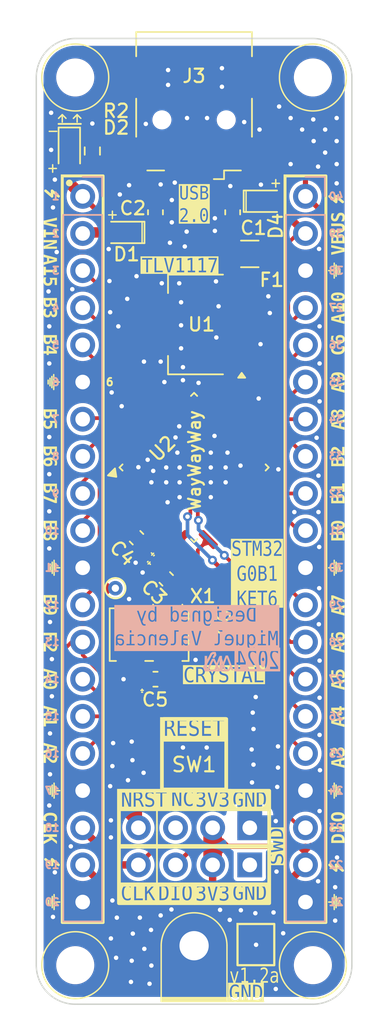
<source format=kicad_pcb>
(kicad_pcb (version 20240108) (generator "pcbnew") (generator_version "8.0")
  (layers (0 "F.Cu" signal) (31 "B.Cu" signal) (34 "B.Paste" user) (35 "F.Paste" user) (36 "B.SilkS" user "B.Silkscreen") (37 "F.SilkS" user "F.Silkscreen") (38 "B.Mask" user) (39 "F.Mask" user) (44 "Edge.Cuts" user))
  (net 0 "")
  (net 1 "GND")
  (net 2 "+3V3")
  (net 3 "VBUS")
  (net 4 "/SYS_SWCLK")
  (net 5 "/SYS_SWDIO")
  (net 6 "/NRST")
  (net 11 "/USB_D-")
  (net 13 "/USB_D+")
  (net 14 "/PB5")
  (net 15 "/PB4")
  (net 16 "/PA15")
  (net 17 "VIN")
  (net 18 "/PB3")
  (net 19 "/PB7")
  (net 20 "/PB8")
  (net 21 "/PB6")
  (net 22 "/PB2")
  (net 23 "/PC6")
  (net 24 "/PA3")
  (net 25 "/PB1")
  (net 26 "/PA5")
  (net 27 "/PA7")
  (net 28 "/PA9")
  (net 29 "/PA4")
  (net 30 "/PA6")
  (net 31 "/PA8")
  (net 32 "/PA10")
  (net 33 "/PA2")
  (net 34 "/PB0")
  (net 35 "/RCC_OSC_EN")
  (net 36 "/RCC_OSC_IN")
  (net 37 "/REG_IN")
  (net 38 "/PB9")
  (net 39 "/PA0")
  (net 40 "/R_LED")
  (net 41 "/PA1")
  (net 42 "/REG_VIN")
  (footprint "LED_SMD:LED_0603_1608Metric_Pad1.05x0.95mm_HandSolder" (layer "F.Cu") (at 92.1056 37.465 -90)
    (property "Reference" "D2")
    (property "Value" "AMBER")
  )
  (footprint "Package_QFP:LQFP-32_7x7mm_P0.8mm" (layer "F.Cu") (at 100.64 59.055 45)
    (property "Reference" "U2")
    (property "Value" "STM32G0B1KET6")
  )
  (footprint "Diode_SMD:D_0603_1608Metric" (layer "F.Cu") (at 105.5168 40.848139)
    (property "Reference" "D4")
    (property "Value" "Schottky")
  )
  (footprint "Capacitor_SMD:C_0603_1608Metric_Pad1.08x0.95mm_HandSolder" (layer "F.Cu") (at 97.9984 41.6052 90)
    (property "Reference" "C2")
    (property "Value" "10u")
  )
  (footprint "Button_Switch_SMD:SW_SPST_PTS810" (layer "F.Cu") (at 100.64 79.375 180)
    (property "Reference" "SW1")
    (property "Value" "SW_Push")
  )
  (footprint "Capacitor_SMD:C_0603_1608Metric_Pad1.08x0.95mm_HandSolder" (layer "F.Cu") (at 103.2816 41.6052 90)
    (property "Reference" "C1")
    (property "Value" "10u")
  )
  (footprint "TestPoint:TestPoint_THTPad_D4.0mm_Drill2.0mm" (layer "F.Cu") (at 100.64 91.758)
    (property "Reference" "TP5" (hide yes))
    (property "Value" "TestPoint")
  )
  (footprint "Connector_USB:USB_Mini-B_Wuerth_65100516121_Horizontal" (layer "F.Cu") (at 100.64 35.285 180)
    (property "Reference" "J3")
    (property "Value" "USB_B_Mini")
  )
  (footprint "Capacitor_SMD:C_0603_1608Metric_Pad1.08x0.95mm_HandSolder" (layer "F.Cu") (at 101.275 69.977 -90)
    (property "Reference" "C6")
    (property "Value" "100n")
  )
  (footprint "Capacitor_SMD:C_0603_1608Metric_Pad1.08x0.95mm_HandSolder" (layer "F.Cu") (at 98.735 66.675 135)
    (property "Reference" "C3")
    (property "Value" "10u")
  )
  (footprint "Diode_SMD:D_0603_1608Metric" (layer "F.Cu") (at 95.7632 42.981357 180)
    (property "Reference" "D1")
    (property "Value" "Schottky")
  )
  (footprint "Connector_PinHeader_2.54mm:PinHeader_1x04_P2.54mm_Vertical" (layer "F.Cu") (at 96.83 86.233 90)
    (property "Reference" "J1" (hide yes))
    (property "Value" "Conn_01x04")
  )
  (footprint "Capacitor_SMD:C_0603_1608Metric_Pad1.08x0.95mm_HandSolder" (layer "F.Cu") (at 96.703 63.86 -45)
    (property "Reference" "C4")
    (property "Value" "100n")
  )
  (footprint "Fuse:Fuse_1206_3216Metric" (layer "F.Cu") (at 104.45 44.45 180)
    (property "Reference" "F1")
    (property "Value" "Polyfuse")
  )
  (footprint "Oscillator:Oscillator_SMD_SeikoEpson_SG8002LB-4Pin_5.0x3.2mm" (layer "F.Cu") (at 97.567157 70.485 180)
    (property "Reference" "X1")
    (property "Value" "SG-5032CAN")
  )
  (footprint "Resistor_SMD:R_0603_1608Metric_Pad0.98x0.95mm_HandSolder" (layer "F.Cu") (at 93.6804 37.4142 -90)
    (property "Reference" "R2")
    (property "Value" "1k")
  )
  (footprint "Package_TO_SOT_SMD:SOT-223-3_TabPin2" (layer "F.Cu") (at 100.767 49.276 180)
    (property "Reference" "U1")
    (property "Value" "TLV1117-33")
  )
  (footprint "TestPoint:TestPoint_THTPad_D1.0mm_Drill0.5mm" (layer "F.Cu") (at 95.2552 67.31)
    (property "Reference" "TP4" (hide yes))
    (property "Value" "TestPoint")
  )
  (footprint "Connector_PinHeader_2.54mm:PinHeader_1x04_P2.54mm_Vertical" (layer "F.Cu") (at 96.83 83.693 90)
    (property "Reference" "J2" (hide yes))
    (property "Value" "Conn_01x04")
  )
  (footprint "Capacitor_SMD:C_0603_1608Metric_Pad1.08x0.95mm_HandSolder" (layer "F.Cu") (at 97.9995 73.533 180)
    (property "Reference" "C5")
    (property "Value" "100n")
  )
  (footprint "Connector_PinHeader_2.54mm:PinHeader_1x20_P2.54mm_Vertical" (layer "B.Cu") (at 108.26 40.513 180)
    (property "Reference" "J6" (hide yes))
    (property "Value" "Pin_01x20")
  )
  (footprint "MountingHole:MountingHole_2.2mm_M2" (layer "B.Cu") (at 92.512 93.091 180)
    (property "Reference" "H3" (hide yes))
    (property "Value" "MountingHole")
  )
  (footprint "MountingHole:MountingHole_2.2mm_M2" (layer "B.Cu") (at 108.768 32.385 180)
    (property "Reference" "H2" (hide yes))
    (property "Value" "MountingHole")
  )
  (footprint "Connector_PinHeader_2.54mm:PinHeader_1x20_P2.54mm_Vertical" (layer "B.Cu") (at 93.02 40.513 180)
    (property "Reference" "J5" (hide yes))
    (property "Value" "Pin_01x20")
  )
  (footprint "MountingHole:MountingHole_2.2mm_M2" (layer "B.Cu") (at 92.512 32.385 180)
    (property "Reference" "H1" (hide yes))
    (property "Value" "MountingHole")
  )
  (footprint "MountingHole:MountingHole_2.2mm_M2" (layer "B.Cu") (at 108.768 93.091 180)
    (property "Reference" "H4" (hide yes))
    (property "Value" "MountingHole")
  )
  (gr_circle (center 92.512 93.091) (end 94.29 93.091) (stroke (width 0.508)) (fill none) (layer "F.Cu") (net 1))
  (gr_rect (start 98.735 91.673) (end 102.545 95.102) (stroke (width 0.2)) (fill solid) (layer "F.Cu") (net 1))
  (gr_circle (center 108.768 32.385) (end 110.546 32.385) (stroke (width 0.508)) (fill none) (layer "F.Cu") (net 1))
  (gr_circle (center 108.768 93.091) (end 110.546 93.091) (stroke (width 0.508)) (fill none) (layer "F.Cu") (net 1))
  (gr_circle (center 92.512 32.385) (end 94.29 32.385) (stroke (width 0.508)) (fill none) (layer "F.Cu") (net 1))
  (gr_rect (start 98.735 91.673) (end 102.545 95.102) (stroke (width 0.2)) (fill solid) (layer "B.Cu") (net 1))
  (gr_line (start 101.9354 71.7423) (end 102.0624 71.7423) (stroke (width 0.1524)) (layer "B.SilkS"))
  (gr_line (start 101.4274 72.9361) (end 101.3258 72.7329) (stroke (width 0.1524)) (layer "B.SilkS"))
  (gr_line (start 102.0624 71.7423) (end 102.0878 71.8693) (stroke (width 0.1524)) (layer "B.SilkS"))
  (gr_line (start 101.8338 71.7931) (end 101.9354 71.7423) (stroke (width 0.1524)) (layer "B.SilkS"))
  (gr_line (start 102.9514 72.9361) (end 101.4274 72.9361) (stroke (width 0.127)) (layer "B.SilkS"))
  (gr_line (start 103.1292 72.7075) (end 103.053 72.8599) (stroke (width 0.127)) (layer "B.SilkS"))
  (gr_line (start 101.3258 72.7329) (end 101.8338 71.7931) (stroke (width 0.1524)) (layer "B.SilkS"))
  (gr_line (start 102.0878 71.8693) (end 101.9862 72.0217) (stroke (width 0.1524)) (layer "B.SilkS"))
  (gr_line (start 103.053 72.8599) (end 102.9514 72.9361) (stroke (width 0.127)) (layer "B.SilkS"))
  (gr_line (start 90.9118 52.832) (end 90.9118 53.594) (stroke (width 0.1)) (layer "F.SilkS"))
  (gr_line (start 90.966 38.354) (end 90.966 38.862) (stroke (width 0.1)) (layer "F.SilkS"))
  (gr_line (start 110.4825 66.167) (end 110.4825 65.659) (stroke (width 0.1)) (layer "F.SilkS"))
  (gr_line (start 92.639 34.925) (end 92.385 35.179) (stroke (width 0.1)) (layer "F.SilkS"))
  (gr_line (start 110.2285 89.281) (end 110.2285 88.265) (stroke (width 0.1)) (layer "F.SilkS"))
  (gr_line (start 110.2285 66.421) (end 110.2285 65.405) (stroke (width 0.1)) (layer "F.SilkS"))
  (gr_line (start 110.8 86.614) (end 110.3555 86.233) (stroke (width 0.1778)) (layer "F.SilkS"))
  (gr_line (start 98.39 95.4024) (end 102.89 95.4024) (stroke (width 0.1)) (layer "F.SilkS"))
  (gr_rect (start 100.6816 87.5884) (end 103.1546 88.8492) (stroke (width 0.254)) (fill none) (layer "F.SilkS"))
  (gr_line (start 98.39 95.314) (end 102.89 95.314) (stroke (width 0.1)) (layer "F.SilkS"))
  (gr_line (start 90.8102 80.899) (end 90.8102 81.407) (stroke (width 0.1)) (layer "F.SilkS"))
  (gr_line (start 109.8475 45.593) (end 110.2285 45.593) (stroke (width 0.1)) (layer "F.SilkS"))
  (gr_rect (start 95.5 81.1622) (end 98.922 82.423) (stroke (width 0.254)) (fill none) (layer "F.SilkS"))
  (gr_line (start 91.22 38.608) (end 90.712 38.608) (stroke (width 0.1)) (layer "F.SilkS"))
  (gr_line (start 110.3555 86.614) (end 109.911 86.233) (stroke (width 0.1778)) (layer "F.SilkS"))
  (gr_rect (start 106.863 39.116) (end 109.657 90.17) (stroke (width 0.2032)) (fill none) (layer "F.SilkS"))
  (gr_line (start 90.9372 65.532) (end 90.9372 66.294) (stroke (width 0.1)) (layer "F.SilkS"))
  (gr_line (start 97.1094 74.422) (end 97.0586 74.422) (stroke (width 0.1)) (layer "F.SilkS"))
  (gr_line (start 110.8 86.614) (end 110.3555 86.233) (stroke (width 0.1778)) (layer "F.SilkS"))
  (gr_line (start 91.369 35.56) (end 92.893 35.56) (stroke (width 0.127)) (layer "F.SilkS"))
  (gr_line (start 110.3555 89.154) (end 110.3555 88.392) (stroke (width 0.1)) (layer "F.SilkS"))
  (gr_rect (start 98.44 76.2562) (end 102.84 77.675) (stroke (width 0.254)) (fill none) (layer "F.SilkS"))
  (gr_line (start 110.6095 45.72) (end 110.6095 45.466) (stroke (width 0.1)) (layer "F.SilkS"))
  (gr_line (start 91.0388 52.705) (end 91.0388 53.721) (stroke (width 0.1)) (layer "F.SilkS"))
  (gr_line (start 110.3555 86.233) (end 110.3555 86.614) (stroke (width 0.1778)) (layer "F.SilkS"))
  (gr_line (start 110.6095 66.04) (end 110.6095 65.786) (stroke (width 0.1)) (layer "F.SilkS"))
  (gr_line (start 91.623 35.433) (end 91.623 34.925) (stroke (width 0.1)) (layer "F.SilkS"))
  (gr_line (start 91.0642 80.645) (end 91.0642 81.661) (stroke (width 0.1)) (layer "F.SilkS"))
  (gr_line (start 91.4452 88.773) (end 91.0642 88.773) (stroke (width 0.1)) (layer "F.SilkS"))
  (gr_line (start 95.052 41.529) (end 95.052 42.037) (stroke (width 0.1)) (layer "F.SilkS"))
  (gr_line (start 110.3555 86.233) (end 110.3555 86.614) (stroke (width 0.1778)) (layer "F.SilkS"))
  (gr_line (start 110.3555 40.894) (end 109.911 40.513) (stroke (width 0.1778)) (layer "F.SilkS"))
  (gr_line (start 97.1602 74.295) (end 97.0078 74.295) (stroke (width 0.1)) (layer "F.SilkS"))
  (gr_line (start 91.4452 81.153) (end 91.0642 81.153) (stroke (width 0.1)) (layer "F.SilkS"))
  (gr_rect (start 98.9128 81.1622) (end 100.6908 82.423) (stroke (width 0.254)) (fill none) (layer "F.SilkS"))
  (gr_circle (center 92.512 93.091) (end 93.782 94.996) (stroke (width 0.1)) (fill none) (layer "F.SilkS"))
  (gr_line (start 110.3555 40.894) (end 109.911 40.513) (stroke (width 0.1778)) (layer "F.SilkS"))
  (gr_line (start 110.4825 89.027) (end 110.4825 88.519) (stroke (width 0.1)) (layer "F.SilkS"))
  (gr_line (start 110.8 40.894) (end 110.3555 40.513) (stroke (width 0.1778)) (layer "F.SilkS"))
  (gr_rect (start 100.6816 81.1622) (end 103.1546 82.423) (stroke (width 0.254)) (fill none) (layer "F.SilkS"))
  (gr_circle (center 108.768 32.385) (end 110.038 34.29) (stroke (width 0.1)) (fill none) (layer "F.SilkS"))
  (gr_line (start 110.3555 40.894) (end 109.911 40.513) (stroke (width 0.1778)) (layer "F.SilkS"))
  (gr_line (start 110.8 40.894) (end 110.3555 40.513) (stroke (width 0.1778)) (layer "F.SilkS"))
  (gr_line (start 110.4825 81.407) (end 110.4825 80.899) (stroke (width 0.1)) (layer "F.SilkS"))
  (gr_line (start 98.39 95.4786) (end 102.89 95.4786) (stroke (width 0.1)) (layer "F.SilkS"))
  (gr_line (start 91.4198 53.213) (end 91.0388 53.213) (stroke (width 0.1)) (layer "F.SilkS"))
  (gr_line (start 110.8 40.894) (end 110.3555 40.513) (stroke (width 0.1778)) (layer "F.SilkS"))
  (gr_line (start 91.623 34.925) (end 91.369 35.179) (stroke (width 0.1)) (layer "F.SilkS"))
  (gr_line (start 106.228 39.37) (end 106.228 39.878) (stroke (width 0.1)) (layer "F.SilkS"))
  (gr_rect (start 91.623 39.116) (end 94.417 90.17) (stroke (width 0.2032)) (fill none) (layer "F.SilkS"))
  (gr_line (start 110.3555 40.894) (end 109.911 40.513) (stroke (width 0.1778)) (layer "F.SilkS"))
  (gr_line (start 110.8 86.614) (end 110.3555 86.233) (stroke (width 0.1778)) (layer "F.SilkS"))
  (gr_line (start 110.3555 40.513) (end 110.3555 40.894) (stroke (width 0.1778)) (layer "F.SilkS"))
  (gr_line (start 91.369 35.179) (end 91.623 34.925) (stroke (width 0.1)) (layer "F.SilkS"))
  (gr_line (start 97.49675 65.65265) (end 97.62375 65.52565) (stroke (width 0.1)) (layer "F.SilkS"))
  (gr_line (start 91.242 36.068) (end 90.734 36.068) (stroke (width 0.1)) (layer "F.SilkS"))
  (gr_circle (center 108.768 93.091) (end 110.038 94.996) (stroke (width 0.1)) (fill none) (layer "F.SilkS"))
  (gr_circle (center 92.512 32.385) (end 93.782 34.29) (stroke (width 0.1)) (fill none) (layer "F.SilkS"))
  (gr_line (start 91.0642 88.265) (end 91.0642 89.281) (stroke (width 0.1)) (layer "F.SilkS"))
  (gr_line (start 90.6832 65.786) (end 90.6832 66.04) (stroke (width 0.1)) (layer "F.SilkS"))
  (gr_line (start 110.3555 40.513) (end 110.3555 40.894) (stroke (width 0.1778)) (layer "F.SilkS"))
  (gr_line (start 90.6832 88.646) (end 90.6832 88.9) (stroke (width 0.1)) (layer "F.SilkS"))
  (gr_line (start 110.3555 86.614) (end 109.911 86.233) (stroke (width 0.1778)) (layer "F.SilkS"))
  (gr_rect (start 103.1454 81.1622) (end 105.78 82.423) (stroke (width 0.254)) (fill none) (layer "F.SilkS"))
  (gr_line (start 110.3555 86.233) (end 110.3555 86.614) (stroke (width 0.1778)) (layer "F.SilkS"))
  (gr_circle (center 92.1056 39.5986) (end 92.285205 39.5986) (stroke (width 0.1)) (fill solid) (layer "F.SilkS"))
  (gr_line (start 110.3555 40.513) (end 110.3555 40.894) (stroke (width 0.1778)) (layer "F.SilkS"))
  (gr_line (start 109.8475 65.913) (end 110.2285 65.913) (stroke (width 0.1)) (layer "F.SilkS"))
  (gr_line (start 90.9245 40.132) (end 90.9245 40.513) (stroke (width 0.1778)) (layer "F.SilkS"))
  (gr_line (start 90.9245 86.233) (end 90.48 85.852) (stroke (width 0.1778)) (layer "F.SilkS"))
  (gr_rect (start 95.5 87.5884) (end 98.1 88.8492) (stroke (width 0.254)) (fill none) (layer "F.SilkS"))
  (gr_line (start 92.639 34.925) (end 92.893 35.179) (stroke (width 0.1)) (layer "F.SilkS"))
  (gr_line (start 97.4523 65.5193) (end 97.4904 65.4812) (stroke (width 0.1)) (layer "F.SilkS"))
  (gr_line (start 110.4825 45.847) (end 110.4825 45.339) (stroke (width 0.1)) (layer "F.SilkS"))
  (gr_line (start 90.9245 85.852) (end 90.9245 86.233) (stroke (width 0.1778)) (layer "F.SilkS"))
  (gr_line (start 101.8592 70.8152) (end 101.9354 70.8152) (stroke (width 0.1)) (layer "F.SilkS"))
  (gr_line (start 110.3555 81.534) (end 110.3555 80.772) (stroke (width 0.1)) (layer "F.SilkS"))
  (gr_line (start 110.3555 45.974) (end 110.3555 45.212) (stroke (width 0.1)) (layer "F.SilkS"))
  (gr_rect (start 98.44 77.675) (end 102.84 81.075) (stroke (width 0.254)) (fill none) (layer "F.SilkS"))
  (gr_line (start 110.3555 86.614) (end 109.911 86.233) (stroke (width 0.1778)) (layer "F.SilkS"))
  (gr_line (start 109.8475 81.153) (end 110.2285 81.153) (stroke (width 0.1)) (layer "F.SilkS"))
  (gr_line (start 91.623 34.925) (end 91.877 35.179) (stroke (width 0.1)) (layer "F.SilkS"))
  (gr_line (start 90.9372 80.772) (end 90.9372 81.534) (stroke (width 0.1)) (layer "F.SilkS"))
  (gr_line (start 92.639 35.433) (end 92.639 34.925) (stroke (width 0.1)) (layer "F.SilkS"))
  (gr_line (start 106.482 39.624) (end 105.974 39.624) (stroke (width 0.1)) (layer "F.SilkS"))
  (gr_rect (start 103.6118 90.2716) (end 106.1264 93.091) (stroke (width 0.1524)) (fill none) (layer "F.SilkS"))
  (gr_line (start 110.2285 46.101) (end 110.2285 45.085) (stroke (width 0.1)) (layer "F.SilkS"))
  (gr_line (start 97.56025 65.58915) (end 97.64915 65.67805) (stroke (width 0.1)) (layer "F.SilkS"))
  (gr_line (start 105.7708 84.963) (end 95.56 84.963) (stroke (width 0.3048)) (layer "F.SilkS"))
  (gr_line (start 90.7848 52.959) (end 90.7848 53.467) (stroke (width 0.1)) (layer "F.SilkS"))
  (gr_line (start 104.196 40.132) (end 104.196 41.529) (stroke (width 0.1)) (layer "F.SilkS"))
  (gr_line (start 95.306 41.783) (end 94.798 41.783) (stroke (width 0.1)) (layer "F.SilkS"))
  (gr_line (start 97.084 42.291) (end 97.084 43.688) (stroke (width 0.1)) (layer "F.SilkS"))
  (gr_line (start 110.8 40.894) (end 110.3555 40.513) (stroke (width 0.1778)) (layer "F.SilkS"))
  (gr_line (start 90.9245 40.513) (end 90.48 40.132) (stroke (width 0.1778)) (layer "F.SilkS"))
  (gr_rect (start 103.1454 87.5884) (end 105.78 88.8492) (stroke (width 0.254)) (fill none) (layer "F.SilkS"))
  (gr_line (start 97.91585 65.05575) (end 97.87775 65.09385) (stroke (width 0.1)) (layer "F.SilkS"))
  (gr_line (start 101.9354 70.739) (end 101.9354 70.8914) (stroke (width 0.1)) (layer "F.SilkS"))
  (gr_line (start 90.9372 88.392) (end 90.9372 89.154) (stroke (width 0.1)) (layer "F.SilkS"))
  (gr_line (start 110.3555 66.294) (end 110.3555 65.532) (stroke (width 0.1)) (layer "F.SilkS"))
  (gr_line (start 110.6095 88.9) (end 110.6095 88.646) (stroke (width 0.1)) (layer "F.SilkS"))
  (gr_line (start 97.8714 64.9224) (end 97.7444 65.0494) (stroke (width 0.1)) (layer "F.SilkS"))
  (gr_line (start 91.0642 65.405) (end 91.0642 66.421) (stroke (width 0.1)) (layer "F.SilkS"))
  (gr_line (start 102.0624 70.7898) (end 102.0624 70.8406) (stroke (width 0.1)) (layer "F.SilkS"))
  (gr_line (start 109.8475 88.773) (end 110.2285 88.773) (stroke (width 0.1)) (layer "F.SilkS"))
  (gr_line (start 91.4452 65.913) (end 91.0642 65.913) (stroke (width 0.1)) (layer "F.SilkS"))
  (gr_line (start 90.6832 81.026) (end 90.6832 81.28) (stroke (width 0.1)) (layer "F.SilkS"))
  (gr_line (start 90.6578 53.086) (end 90.6578 53.34) (stroke (width 0.1)) (layer "F.SilkS"))
  (gr_line (start 98.39 95.568) (end 105.39488 95.568) (stroke (width 0.1)) (layer "F.SilkS"))
  (gr_line (start 97.084 74.2188) (end 97.084 74.295) (stroke (width 0.1)) (layer "F.SilkS"))
  (gr_line (start 110.6095 81.28) (end 110.6095 81.026) (stroke (width 0.1)) (layer "F.SilkS"))
  (gr_line (start 97.8079 64.9859) (end 97.719 64.897) (stroke (width 0.1)) (layer "F.SilkS"))
  (gr_line (start 91.369 40.513) (end 90.9245 40.132) (stroke (width 0.1778)) (layer "F.SilkS"))
  (gr_rect (start 95.5 82.423) (end 105.78 87.563) (stroke (width 0.254)) (fill none) (layer "F.SilkS"))
  (gr_line (start 110.3555 86.614) (end 109.911 86.233) (stroke (width 0.1778)) (layer "F.SilkS"))
  (gr_line (start 110.2285 81.661) (end 110.2285 80.645) (stroke (width 0.1)) (layer "F.SilkS"))
  (gr_line (start 110.3555 40.513) (end 110.3555 40.894) (stroke (width 0.1778)) (layer "F.SilkS"))
  (gr_line (start 110.8 86.614) (end 110.3555 86.233) (stroke (width 0.1778)) (layer "F.SilkS"))
  (gr_line (start 90.8102 65.659) (end 90.8102 66.167) (stroke (width 0.1)) (layer "F.SilkS"))
  (gr_line (start 90.8102 88.519) (end 90.8102 89.027) (stroke (width 0.1)) (layer "F.SilkS"))
  (gr_line (start 92.385 35.179) (end 92.639 34.925) (stroke (width 0.1)) (layer "F.SilkS"))
  (gr_line (start 110.3555 86.233) (end 110.3555 86.614) (stroke (width 0.1778)) (layer "F.SilkS"))
  (gr_rect (start 98.0908 87.5884) (end 100.6908 88.8492) (stroke (width 0.254)) (fill none) (layer "F.SilkS"))
  (gr_line (start 91.369 86.233) (end 90.9245 85.852) (stroke (width 0.1778)) (layer "F.SilkS"))
  (gr_line (start 89.845 93.091) (end 89.845 32.385) (stroke (width 0.1)) (layer "Edge.Cuts"))
  (gr_arc (start 92.512 95.758) (mid 90.626146 94.976854) (end 89.845 93.091) (stroke (width 0.1)) (layer "Edge.Cuts"))
  (gr_line (start 108.768 95.758) (end 92.512 95.758) (stroke (width 0.1)) (layer "Edge.Cuts"))
  (gr_line (start 92.512 29.718) (end 108.768 29.718) (stroke (width 0.1)) (layer "Edge.Cuts"))
  (gr_arc (start 108.768 29.718) (mid 110.653854 30.499146) (end 111.435 32.385) (stroke (width 0.1)) (layer "Edge.Cuts"))
  (gr_arc (start 89.845 32.385) (mid 90.626146 30.499146) (end 92.512 29.718) (stroke (width 0.1)) (layer "Edge.Cuts"))
  (gr_line (start 111.435 32.385) (end 111.435 93.091) (stroke (width 0.1)) (layer "Edge.Cuts"))
  (gr_arc (start 111.435 93.091) (mid 110.653854 94.976854) (end 108.768 95.758) (stroke (width 0.1)) (layer "Edge.Cuts"))
  (gr_text "RED\nPILL" (at 104.8818 91.694 0) (layer "F.Cu" knockout) (effects (font (size 1.016 0.6604))))
  (gr_text "M" (at 102.7228 71.7677 180) (layer "B.SilkS") (effects (font (size 1 1.27) (thickness 0.1)) (justify left bottom)))
  (gr_text "31" (at 109.784 63.373 0) (layer "B.SilkS") (effects (font (size 0.508 0.508) (thickness 0.127) (bold yes)) (justify right mirror)))
  (gr_text "19" (at 91.496 86.233 0) (layer "B.SilkS") (effects (font (size 0.508 0.508) (thickness 0.127) (bold yes)) (justify left mirror)))
  (gr_text "11" (at 91.496 65.913 0) (layer "B.SilkS") (effects (font (size 0.508 0.508) (thickness 0.127) (bold yes)) (justify left mirror)))
  (gr_text "2" (at 91.496 43.053 0) (layer "B.SilkS") (effects (font (size 0.508 0.508) (thickness 0.127) (bold yes)) (justify left mirror)))
  (gr_text "3" (at 91.496 45.593 0) (layer "B.SilkS") (effects (font (size 0.508 0.508) (thickness 0.127) (bold yes)) (justify left mirror)))
  (gr_text "24" (at 109.784 81.153 0) (layer "B.SilkS") (effects (font (size 0.508 0.508) (thickness 0.127) (bold yes)) (justify right mirror)))
  (gr_text "32" (at 109.784 60.833 0) (layer "B.SilkS") (effects (font (size 0.508 0.508) (thickness 0.127) (bold yes)) (justify right mirror)))
  (gr_text "V" (at 103.3578 71.7423 180) (layer "B.SilkS") (effects (font (size 1 1) (thickness 0.1)) (justify left bottom)))
  (gr_text "2024" (at 104.9834 73.0504 0) (layer "B.SilkS" knockout) (effects (font (size 1.27 0.889) (thickness 0.1)) (justify bottom mirror)))
  (gr_text "36" (at 109.784 50.673 0) (layer "B.SilkS") (effects (font (size 0.508 0.508) (thickness 0.127) (bold yes)) (justify right mirror)))
  (gr_text "26" (at 109.784 76.073 0) (layer "B.SilkS") (effects (font (size 0.508 0.508) (thickness 0.127) (bold yes)) (justify right mirror)))
  (gr_text "22" (at 109.784 86.233 0) (layer "B.SilkS") (effects (font (size 0.508 0.508) (thickness 0.127) (bold yes)) (justify right mirror)))
  (gr_text "38" (at 109.784 45.593 0) (layer "B.SilkS") (effects (font (size 0.508 0.508) (thickness 0.127) (bold yes)) (justify right mirror)))
  (gr_text "6" (at 91.496 53.213 0) (layer "B.SilkS") (effects (font (size 0.508 0.508) (thickness 0.127) (bold yes)) (justify left mirror)))
  (gr_text "15" (at 91.496 76.073 0) (layer "B.SilkS") (effects (font (size 0.508 0.508) (thickness 0.127) (bold yes)) (justify left mirror)))
  (gr_text "28" (at 109.784 70.993 0) (layer "B.SilkS") (effects (font (size 0.508 0.508) (thickness 0.127) (bold yes)) (justify right mirror)))
  (gr_text "8" (at 91.496 58.293 0) (layer "B.SilkS") (effects (font (size 0.508 0.508) (thickness 0.127) (bold yes)) (justify left mirror)))
  (gr_text "4" (at 91.496 48.133 0) (layer "B.SilkS") (effects (font (size 0.508 0.508) (thickness 0.127) (bold yes)) (justify left mirror)))
  (gr_text "33" (at 109.784 58.293 0) (layer "B.SilkS") (effects (font (size 0.508 0.508) (thickness 0.127) (bold yes)) (justify right mirror)))
  (gr_text "18" (at 91.496 83.693 0) (layer "B.SilkS") (effects (font (size 0.508 0.508) (thickness 0.127) (bold yes)) (justify left mirror)))
  (gr_text "16" (at 91.496 78.613 0) (layer "B.SilkS") (effects (font (size 0.508 0.508) (thickness 0.127) (bold yes)) (justify left mirror)))
  (gr_text "20" (at 91.496 88.773 0) (layer "B.SilkS") (effects (font (size 0.508 0.508) (thickness 0.127) (bold yes)) (justify left mirror)))
  (gr_text "7" (at 91.496 55.753 0) (layer "B.SilkS") (effects (font (size 0.508 0.508) (thickness 0.127) (bold yes)) (justify left mirror)))
  (gr_text "30" (at 109.784 65.913 0) (layer "B.SilkS") (effects (font (size 0.508 0.508) (thickness 0.127) (bold yes)) (justify right mirror)))
  (gr_text "10" (at 91.496 63.373 0) (layer "B.SilkS") (effects (font (size 0.508 0.508) (thickness 0.127) (bold yes)) (justify left mirror)))
  (gr_text "21" (at 109.784 88.773 0) (layer "B.SilkS") (effects (font (size 0.508 0.508) (thickness 0.127) (bold yes)) (justify right mirror)))
  (gr_text "39" (at 109.784 43.053 0) (layer "B.SilkS") (effects (font (size 0.508 0.508) (thickness 0.127) (bold yes)) (justify right mirror)))
  (gr_text "13" (at 91.496 70.993 0) (layer "B.SilkS") (effects (font (size 0.508 0.508) (thickness 0.127) (bold yes)) (justify left mirror)))
  (gr_text "12" (at 91.496 68.453 0) (layer "B.SilkS") (effects (font (size 0.508 0.508) (thickness 0.127) (bold yes)) (justify left mirror)))
  (gr_text "35" (at 109.784 53.213 0) (layer "B.SilkS") (effects (font (size 0.508 0.508) (thickness 0.127) (bold yes)) (justify right mirror)))
  (gr_text "40" (at 109.784 40.513 0) (layer "B.SilkS") (effects (font (size 0.508 0.508) (thickness 0.127) (bold yes)) (justify right mirror)))
  (gr_text "27" (at 109.784 48.133 0) (layer "B.SilkS") (effects (font (size 0.508 0.508) (thickness 0.127) (bold yes)) (justify right mirror)))
  (gr_text "29" (at 109.784 68.453 0) (layer "B.SilkS") (effects (font (size 0.508 0.508) (thickness 0.127) (bold yes)) (justify right mirror)))
  (gr_text "34" (at 109.784 55.753 0) (layer "B.SilkS") (effects (font (size 0.508 0.508) (thickness 0.127) (bold yes)) (justify right mirror)))
  (gr_text "Designed by\nMiguel Valencia" (at 100.8 71.377 0) (layer "B.SilkS" knockout) (effects (font (size 0.9652 0.889) (thickness 0.1)) (justify bottom mirror)))
  (gr_text "25" (at 109.784 78.613 0) (layer "B.SilkS") (effects (font (size 0.508 0.508) (thickness 0.127) (bold yes)) (justify right mirror)))
  (gr_text "23" (at 109.784 83.693 0) (layer "B.SilkS") (effects (font (size 0.508 0.508) (thickness 0.127) (bold yes)) (justify right mirror)))
  (gr_text "14" (at 91.496 73.533 0) (layer "B.SilkS") (effects (font (size 0.508 0.508) (thickness 0.127) (bold yes)) (justify left mirror)))
  (gr_text "17" (at 91.496 81.153 0) (layer "B.SilkS") (effects (font (size 0.508 0.508) (thickness 0.127) (bold yes)) (justify left mirror)))
  (gr_text "1" (at 91.496 40.513 0) (layer "B.SilkS") (effects (font (size 0.508 0.508) (thickness 0.127) (bold yes)) (justify left mirror)))
  (gr_text "5" (at 91.496 50.673 0) (layer "B.SilkS") (effects (font (size 0.508 0.508) (thickness 0.127) (bold yes)) (justify left mirror)))
  (gr_text "V" (at 102.8498 71.8185 180) (layer "B.SilkS") (effects (font (size 0.9398 0.889) (thickness 0.1)) (justify left bottom)))
  (gr_text "27" (at 109.784 73.533 0) (layer "B.SilkS") (effects (font (size 0.508 0.508) (thickness 0.127) (bold yes)) (justify right mirror)))
  (gr_text "9" (at 91.496 60.833 0) (layer "B.SilkS") (effects (font (size 0.508 0.508) (thickness 0.127) (bold yes)) (justify left mirror)))
  (gr_text "DIO" (at 99.37 87.63 0) (layer "F.SilkS" knockout) (effects (font (size 1.016 0.9398)) (justify top)))
  (gr_text "NC" (at 99.8526 82.3722 0) (layer "F.SilkS" knockout) (effects (font (size 1.016 0.9398)) (justify bottom)))
  (gr_text "v1.2a" (at 103.053 94.4626 0) (layer "F.SilkS") (effects (font (size 1.016 0.8128) (thickness 0.1)) (justify left bottom)))
  (gr_text "WayWayWay" (at 101.148 62.103 90) (layer "F.SilkS") (effects (font (size 0.8128 0.8128) (thickness 0.1524) (bold yes)) (justify left bottom)))
  (gr_text "3V3" (at 101.91 82.423 0) (layer "F.SilkS" knockout) (effects (font (size 1.016 0.9398)) (justify bottom)))
  (gr_text "CLK" (at 91.242 83.693 270) (layer "F.SilkS") (effects (font (size 0.889 0.889) (thickness 0.127) (bold yes)) (justify top)))
  (gr_text "A15" (at 91.242 45.593 -90) (layer "F.SilkS") (effects (font (size 0.889 0.889) (thickness 0.127) (bold yes)) (justify top)))
  (gr_text "A2" (at 91.242 78.613 -90) (layer "F.SilkS") (effects (font (size 0.889 0.889) (thickness 0.127) (bold yes)) (justify top)))
  (gr_text "B3" (at 91.242 48.133 -90) (layer "F.SilkS") (effects (font (size 0.889 0.889) (thickness 0.127) (bold yes)) (justify top)))
  (gr_text "A5\n" (at 110.038 73.533 90) (layer "F.SilkS") (effects (font (size 0.889 0.889) (thickness 0.127) (bold yes)) (justify top)))
  (gr_text "C6" (at 110.038 50.673 90) (layer "F.SilkS") (effects (font (size 0.889 0.889) (thickness 0.127) (bold yes)) (justify top)))
  (gr_text "TLV1117" (at 99.6748 45.8724 0) (layer "F.SilkS" knockout) (effects (font (size 0.9652 0.889)) (justify bottom)))
  (gr_text "VBUS" (at 110.038 43.053 90) (layer "F.SilkS") (effects (font (size 0.889 0.889) (thickness 0.127) (bold yes)) (justify top)))
  (gr_text "B8" (at 91.242 63.373 -90) (layer "F.SilkS") (effects (font (size 0.889 0.889) (thickness 0.127) (bold yes)) (justify top)))
  (gr_text "A4" (at 110.038 76.073 90) (layer "F.SilkS") (effects (font (size 0.889 0.889) (thickness 0.127) (bold yes)) (justify top)))
  (gr_text "A6" (at 110.038 70.993 90) (layer "F.SilkS") (effects (font (size 0.889 0.889) (thickness 0.127) (bold yes)) (justify top)))
  (gr_text "3V3" (at 101.91 87.6554 0) (layer "F.SilkS" knockout) (effects (font (size 1.016 0.9398)) (justify top)))
  (gr_text "DIO" (at 110.038 83.693 90) (layer "F.SilkS") (effects (font (size 0.889 0.889) (thickness 0.127) (bold yes)) (justify top)))
  (gr_text "6" (at 94.544 53.213 0) (layer "F.SilkS") (effects (font (size 0.508 0.508) (thickness 0.127) (bold yes)) (justify left)))
  (gr_text "B1" (at 110.038 60.833 90) (layer "F.SilkS") (effects (font (size 0.889 0.889) (thickness 0.127) (bold yes)) (justify top)))
  (gr_text "GND" (at 104.196 95.631 0) (layer "F.SilkS" knockout) (effects (font (size 1.016 0.9398)) (justify bottom)))
  (gr_text "CLK" (at 96.8 87.63 0) (layer "F.SilkS" knockout) (effects (font (size 1.016 0.9398)) (justify top)))
  (gr_text "USB\n2.0" (at 100.64 42.418 0) (layer "F.SilkS" knockout) (effects (font (size 0.9144 0.8128)) (justify bottom)))
  (gr_text "A9" (at 110.038 53.213 90) (layer "F.SilkS") (effects (font (size 0.889 0.889) (thickness 0.127) (bold yes)) (justify top)))
  (gr_text "A10" (at 110.038 48.133 90) (layer "F.SilkS") (effects (font (size 0.889 0.889) (thickness 0.127) (bold yes)) (justify top)))
  (gr_text "F2" (at 91.242 70.993 -90) (layer "F.SilkS") (effects (font (size 0.889 0.889) (thickness 0.127) (bold yes)) (justify top)))
  (gr_text "STM32\nG0B1\nKET6" (at 104.958 68.686 0) (layer "F.SilkS" knockout) (effects (font (size 1.016 0.8382)) (justify bottom)))
  (gr_text "A7" (at 110.038 68.453 90) (layer "F.SilkS") (effects (font (size 0.889 0.889) (thickness 0.127) (bold yes)) (justify top)))
  (gr_text "CRYSTAL" (at 102.672 73.914 0) (layer "F.SilkS" knockout) (effects (font (size 1.016 0.9398)) (justify bottom)))
  (gr_text "B5" (at 91.242 55.753 -90) (layer "F.SilkS") (effects (font (size 0.889 0.889) (thickness 0.127) (bold yes)) (justify top)))
  (gr_text "NRST" (at 97.211 82.423 0) (layer "F.SilkS" knockout) (effects (font (size 1.016 0.9398)) (justify bottom)))
  (gr_text "B0" (at 110.038 63.373 90) (layer "F.SilkS") (effects (font (size 0.889 0.889) (thickness 0.127) (bold yes)) (justify top)))
  (gr_text "A3" (at 110.038 78.867 90) (layer "F.SilkS") (effects (font (size 0.889 0.889) (thickness 0.127) (bold yes)) (justify top)))
  (gr_text "B4" (at 91.242 50.673 -90) (layer "F.SilkS") (effects (font (size 0.889 0.889) (thickness 0.127) (bold yes)) (justify top)))
  (gr_text "B9" (at 91.242 68.453 -90) (layer "F.SilkS") (effects (font (size 0.889 0.889) (thickness 0.127) (bold yes)) (justify top)))
  (gr_text "A1" (at 91.242 76.073 -90) (layer "F.SilkS") (effects (font (size 0.889 0.889) (thickness 0.127) (bold yes)) (justify top)))
  (gr_text "VIN" (at 91.242 43.053 -90) (layer "F.SilkS") (effects (font (size 0.889 0.889) (thickness 0.127) (bold yes)) (justify top)))
  (gr_text "SWD" (at 106.8884 84.963 90) (layer "F.SilkS" knockout) (effects (font (size 0.9144 1.016)) (justify bottom)))
  (gr_text "B7" (at 91.242 60.833 -90) (layer "F.SilkS") (effects (font (size 0.889 0.889) (thickness 0.127) (bold yes)) (justify top)))
  (gr_text "B6" (at 91.242 58.293 -90) (layer "F.SilkS") (effects (font (size 0.889 0.889) (thickness 0.127) (bold yes)) (justify top)))
  (gr_text "B2" (at 110.038 58.293 90) (layer "F.SilkS") (effects (font (size 0.889 0.889) (thickness 0.127) (bold yes)) (justify top)))
  (gr_text "GND" (at 104.45 82.423 0) (layer "F.SilkS" knockout) (effects (font (size 1.016 0.9398)) (justify bottom)))
  (gr_text "RESET" (at 100.64 77.597 0) (layer "F.SilkS" knockout) (effects (font (size 1.1176 0.9906)) (justify bottom)))
  (gr_text "A0" (at 91.242 73.533 -90) (layer "F.SilkS") (effects (font (size 0.889 0.889) (thickness 0.127) (bold yes)) (justify top)))
  (gr_text "GND" (at 104.45 87.6046 0) (layer "F.SilkS" knockout) (effects (font (size 1.016 0.9398)) (justify top)))
  (gr_text "A8" (at 110.038 55.753 90) (layer "F.SilkS") (effects (font (size 0.889 0.889) (thickness 0.127) (bold yes)) (justify top)))
  (segment (start 105.1866 50.6222) (end 104.1058 51.703) (width 0.75) (layer "F.Cu") (net 1))
  (segment (start 98.827343 61.433343) (end 97.970672 62.290014) (width 0.5) (layer "F.Cu") (net 1))
  (segment (start 97.9984 40.0558) (end 98.354 39.7002) (width 0.4064) (layer "F.Cu") (net 1))
  (segment (start 96.641764 65.140996) (end 97.31288 64.46988) (width 0.254) (layer "F.Cu") (net 1))
  (segment (start 98.565 78.3) (end 98.6584 78.2066) (width 0.254) (layer "F.Cu") (net 1))
  (segment (start 93.6804 35.5346) (end 93.6804 36.5017) (width 0.254) (layer "F.Cu") (net 1))
  (segment (start 105.6946 53.703982) (end 105.6946 52.452058) (width 0.254) (layer "F.Cu") (net 1))
  (segment (start 95.814 73.533) (end 97.137 73.533) (width 0.635) (layer "F.Cu") (net 1))
  (segment (start 104.8818 54.161182) (end 104.8818 53.264858) (width 0.254) (layer "F.Cu") (net 1))
  (segment (start 103.394382 92.724218) (end 103.394382 90.8304) (width 0.254) (layer "F.Cu") (net 1))
  (segment (start 103.3578 92.7862) (end 103.3578 92.7608) (width 0.254) (layer "F.Cu") (net 1))
  (segment (start 99.04 39.294) (end 99.04 37.885) (width 0.5) (layer "F.Cu") (net 1))
  (segment (start 105.0596 54.338982) (end 104.8818 54.161182) (width 0.254) (layer "F.Cu") (net 1))
  (segment (start 107.625 49.403) (end 109.2252 49.403) (width 0.254) (layer "F.Cu") (net 1))
  (segment (start 98.6584 78.2066) (end 99.878 78.2066) (width 0.254) (layer "F.Cu") (net 1))
  (segment (start 93.02 53.213) (end 94.29 53.213) (width 0.7112) (layer "F.Cu") (net 1))
  (segment (start 104.1058 51.703) (end 103.917 51.703) (width 0.75) (layer "F.Cu") (net 1))
  (segment (start 105.0596 54.338982) (end 105.6946 53.703982) (width 0.254) (layer "F.Cu") (net 1))
  (segment (start 107.0408 51.105858) (end 107.0408 49.9872) (width 0.254) (layer "F.Cu") (net 1))
  (segment (start 97.9984 40.7427) (end 97.9984 40.0558) (width 0.4064) (layer "F.Cu") (net 1))
  (segment (start 104.8818 53.264858) (end 107.0408 51.105858) (width 0.254) (layer "F.Cu") (net 1))
  (segment (start 101.275 71.6788) (end 101.275 70.8395) (width 0.635) (layer "F.Cu") (net 1))
  (segment (start 93.5921 36.59) (end 93.6804 36.5017) (width 0.254) (layer "F.Cu") (net 1))
  (segment (start 103.2816 39.974328) (end 103.2816 40.7427) (width 0.762) (layer "F.Cu") (net 1))
  (segment (start 101.5036 78.2066) (end 102.6216 78.2066) (width 0.254) (layer "F.Cu") (net 1))
  (segment (start 100.7416 72.2122) (end 101.275 71.6788) (width 0.635) (layer "F.Cu") (net 1))
  (segment (start 102.6216 78.2066) (end 102.715 78.3) (width 0.254) (layer "F.Cu") (net 1))
  (segment (start 96.195 68.051) (end 96.297157 68.153157) (width 0.635) (layer "F.Cu") (net 1))
  (segment (start 97.119724 66.237276) (end 97.240053 66.116947) (width 0.254) (layer "F.Cu") (net 1))
  (segment (start 107.0408 49.9872) (end 107.625 49.403) (width 0.254) (layer "F.Cu") (net 1))
  (segment (start 103.3578 92.7608) (end 103.394382 92.724218) (width 0.254) (layer "F.Cu") (net 1))
  (segment (start 103.119136 39.811864) (end 103.2816 39.974328) (width 0.762) (layer "F.Cu") (net 1))
  (segment (start 96.641764 65.56677) (end 96.641764 65.140996) (width 0.254) (layer "F.Cu") (net 1))
  (segment (start 96.297157 68.153157) (end 96.297157 69.113084) (width 0.635) (layer "F.Cu") (net 1))
  (segment (start 99.3192 39.5732) (end 99.04 39.294) (width 0.5) (layer "F.Cu") (net 1))
  (segment (start 94.29 53.213) (end 95.0012 53.9242) (width 0.7112) (layer "F.Cu") (net 1))
  (segment (start 97.240053 66.116947) (end 98.123533 66.116947) (width 0.254) (layer "F.Cu") (net 1))
  (via (at 102.799 59.055) (size 0.6096) (drill 0.3048) (layers "F.Cu" "B.Cu") (net 1))
  (via (at 95.1028 77.9018) (size 0.6096) (drill 0.3048) (layers "F.Cu" "B.Cu") (net 1))
  (via (at 102.1386 46.3296) (size 0.6096) (drill 0.3048) (layers "F.Cu" "B.Cu") (net 1))
  (via (at 99.624 46.461) (size 0.6096) (drill 0.3048) (layers "F.Cu" "B.Cu") (net 1))
  (via (at 99.0906 89.281) (size 0.6096) (drill 0.3048) (layers "F.Cu" "B.Cu") (net 1))
  (via (at 102.164 50.165) (size 0.6096) (drill 0.3048) (layers "F.Cu" "B.Cu") (net 1))
  (via (at 99.751 49.3324) (size 0.6096) (drill 0.3048) (layers "F.Cu" "B.Cu") (net 1))
  (via (at 110.292 87.757) (size 0.6096) (drill 0.3048) (layers "F.Cu" "B.Cu") (net 1))
  (via (at 99.878 52.197) (size 0.6096) (drill 0.3048) (layers "F.Cu" "B.Cu") (net 1))
  (via (at 103.815 58.928) (size 0.6096) (drill 0.3048) (layers "F.Cu" "B.Cu") (net 1))
  (via (at 109.1744 69.7738) (size 0.6096) (drill 0.3048) (layers "F.Cu" "B.Cu") (net 1))
  (via (at 105.0596 54.338982) (size 0.6096) (drill 0.3048) (layers "F.Cu" "B.Cu") (net 1))
  (via (at 90.988 89.789) (size 0.6096) (drill 0.3048) (layers "F.Cu" "B.Cu") (net 1))
  (via (at 96.322 94.234) (size 0.6096) (drill 0.3048) (layers "F.Cu" "B.Cu") (net 1))
  (via (at 90.734 49.403) (size 0.6096) (drill 0.3048) (layers "F.Cu" "B.Cu") (net 1))
  (via (at 109.2252 54.5338) (size 0.6096) (drill 0.3048) (layers "F.Cu" "B.Cu") (net 1))
  (via (at 100.132 42.926) (size 0.6096) (drill 0.3048) (layers "F.Cu" "B.Cu") (net 1))
  (via (at 101.783 58.039) (size 0.6096) (drill 0.3048) (layers "F.Cu" "B.Cu") (net 1))
  (via (at 99.116 40.767) (size 0.6096) (drill 0.3048) (layers "F.Cu" "B.Cu") (net 1))
  (via (at 108.0322 35.9466) (size 0.6096) (drill 0.3048) (layers "F.Cu" "B.Cu") (net 1))
  (via (at 106.0756 89.4842) (size 0.6096) (drill 0.3048) (layers "F.Cu" "B.Cu") (net 1))
  (via (at 110.292 90.043) (size 0.6096) (drill 0.3048) (layers "F.Cu" "B.Cu") (net 1))
  (via (at 98.4302 46.4566) (size 0.6096) (drill 0.3048) (layers "F.Cu" "B.Cu") (net 1))
  (via (at 98.354 39.7002) (size 0.6096) (drill 0.3048) (layers "F.Cu" "B.Cu") (net 1))
  (via (at 99.3192 39.5732) (size 0.6096) (drill 0.3048) (layers "F.Cu" "B.Cu") (net 1))
  (via (at 95.306 92.583) (size 0.6096) (drill 0.3048) (layers "F.Cu" "B.Cu") (net 1))
  (via (at 107.498 62.103) (size 0.6096) (drill 0.3048) (layers "F.Cu" "B.Cu") (net 1))
  (via (at 107.2448 35.1592) (size 0.6096) (drill 0.3048) (layers "F.Cu" "B.Cu") (net 1))
  (via (at 96.83 59.034) (size 0.6096) (drill 0.3048) (layers "F.Cu" "B.Cu") (net 1))
  (via (at 108.8196 36.734) (size 0.6096) (drill 0.3048) (layers "F.Cu" "B.Cu") (net 1))
  (via (at 90.734 51.943) (size 0.6096) (drill 0.3048) (layers "F.Cu" "B.Cu") (net 1))
  (via (at 94.8996 80.8482) (size 0.6096) (drill 0.3048) (layers "F.Cu" "B.Cu") (net 1))
  (via (at 104.069 35.433) (size 0.6096) (drill 0.3048) (layers "F.Cu" "B.Cu") (net 1))
  (via (at 94.798 44.1198) (size 0.6096) (drill 0.3048) (layers "F.Cu" "B.Cu") (net 1))
  (via (at 109.149 59.6138) (size 0.6096) (drill 0.3048) (layers "F.Cu" "B.Cu") (net 1))
  (via (at 97.465 58.526) (size 0.6096) (drill 0.3048) (layers "F.Cu" "B.Cu") (net 1))
  (via (at 102.0624 42.0116) (size 0.6096) (drill 0.3048) (layers "F.Cu" "B.Cu") (net 1))
  (via (at 109.2252 77.343) (size 0.6096) (drill 0.3048) (layers "F.Cu" "B.Cu") (net 1))
  (via (at 99.6494 60.071) (size 0.6096) (drill 0.3048) (layers "F.Cu" "B.Cu") (net 1))
  (via (at 109.022 57.023) (size 0.6096) (drill 0.3048) (layers "F.Cu" "B.Cu") (net 1))
  (via (at 90.7848 69.6214) (size 0.6096) (drill 0.3048) (layers "F.Cu" "B.Cu") (net 1))
  (via (at 109.1236 87.3506) (size 0.6096) (drill 0.3048) (layers "F.Cu" "B.Cu") (net 1))
  (via (at 104.6532 75.819) (size 0.6096) (drill 0.3048) (layers "F.Cu" "B.Cu") (net 1))
  (via (at 96.703 45.974) (size 0.6096) (drill 0.3048) (layers "F.Cu" "B.Cu") (net 1))
  (via (at 96.641764 65.56677) (size 0.6096) (drill 0.3048) (layers "F.Cu" "B.Cu") (net 1))
  (via (at 95.687 54.864) (size 0.6096) (drill 0.3048) (layers "F.Cu" "B.Cu") (net 1))
  (via (at 106.228 94.7166) (size 0.6096) (drill 0.3048) (layers "F.Cu" "B.Cu") (net 1))
  (via (at 98.989 43.688) (size 0.6096) (drill 0.3048) (layers "F.Cu" "B.Cu") (net 1))
  (via (at 98.608 53.213) (size 0.6096) (drill 0.3048) (layers "F.Cu" "B.Cu") (net 1))
  (via (at 103.119136 39.811864) (size 0.6096) (drill 0.3048) (layers "F.Cu" "B.Cu") (net 1))
  (via (at 96.4236 79.0702) (size 0.6096) (drill 0.3048) (layers "F.Cu" "B.Cu") (net 1))
  (via (at 105.72 47.35) (size 0.6096) (drill 0.3048) (layers "F.Cu" "B.Cu") (net 1))
  (via (at 97.6936 90.678) (size 0.6096) (drill 0.3048) (layers "F.Cu" "B.Cu") (net 1))
  (via (at 102.799 60.071) (size 0.6096) (drill 0.3048) (layers "F.Cu" "B.Cu") (net 1))
  (via (at 110.3944 36.734) (size 0.6096) (drill 0.3048) (layers "F.Cu" "B.Cu") (net 1))
  (via (at 106.4058 59.182) (size 0.6096) (drill 0.3048) (layers "F.Cu" "B.Cu") (net 1))
  (via (at 96.3728 77.8002) (size 0.6096) (drill 0.3048) (layers "F.Cu" "B.Cu") (net 1))
  (via (at 103.0784 89.9922) (size 0.6096) (drill 0.3048) (layers "F.Cu" "B.Cu") (net 1))
  (via (at 109.19 44.108) (size 0.6096) (drill 0.3048) (layers "F.Cu" "B.Cu") (net 1))
  (via (at 105.1866 50.6222) (size 0.6096) (drill 0.3048) (layers "F.Cu" "B.Cu") (net 1))
  (via (at 103.8404 89.3318) (size 0.6096) (drill 0.3048) (layers "F.Cu" "B.Cu") (net 1))
  (via (at 98.735 59.055) (size 0.6096) (drill 0.3048) (layers "F.Cu" "B.Cu") (net 1))
  (via (at 96.1188 80.4418) (size 0.6096) (drill 0.3048) (layers "F.Cu" "B.Cu") (net 1))
  (via (at 90.861 37.338) (size 0.6096) (drill 0.3048) (layers "F.Cu" "B.Cu") (net 1))
  (via (at 99.6494 61.087) (size 0.6096) (drill 0.3048) (layers "F.Cu" "B.Cu") (net 1))
  (via (at 109.2252 51.943) (size 0.6096) (drill 0.3048) (layers "F.Cu" "B.Cu") (net 1))
  (via (at 109.607 37.5214) (size 0.6096) (drill 0.3048) (layers "F.Cu" "B.Cu") (net 1))
  (via (at 97.2364 91.9734) (size 0.6096) (drill 0.3048) (layers "F.Cu" "B.Cu") (net 1))
  (via (at 97.211 51.816) (size 0.6096) (drill 0.3048) (layers "F.Cu" "B.Cu") (net 1))
  (via (at 95.56 40.386) (size 0.6096) (drill 0.3048) (layers "F.Cu" "B.Cu") (net 1))
  (via (at 101.783 59.055) (size 0.6096) (drill 0.3048) (layers "F.Cu" "B.Cu") (net 1))
  (via (at 109.2252 72.263) (size 0.6096) (drill 0.3048) (layers "F.Cu" "B.Cu") (net 1))
  (via (at 101.783 60.071) (size 0.6096) (drill 0.3048) (layers "F.Cu" "B.Cu") (net 1))
  (via (at 109.1998 64.4906) (size 0.6096) (drill 0.3048) (layers "F.Cu" "B.Cu") (net 1))
  (via (at 97.846 59.288) (size 0.6096) (drill 0.3048) (layers "F.Cu" "B.Cu") (net 1))
  (via (at 99.751 47.7576) (size 0.6096) (drill 0.3048) (layers "F.Cu" "B.Cu") (net 1))
  (via (at 106.3296 80.899) (size 0.6096) (drill 0.3048) (layers "F.Cu" "B.Cu") (net 1))
  (via (at 94.9504 84.3534) (size 0.6096) (drill 0.3048) (layers "F.Cu" "B.Cu") (net 1))
  (via (at 104.704 79.375) (size 0.6096) (drill 0.3048) (layers "F.Cu" "B.Cu") (net 1))
  (via (at 99.751 50.9072) (size 0.6096) (drill 0.3048) (layers "F.Cu" "B.Cu") (net 1))
  (via (at 109.2252 82.55) (size 0.6096) (drill 0.3048) (layers "F.Cu" "B.Cu") (net 1))
  (via (at 106.736 90.9066) (size 0.6096) (drill 0.3048) (layers "F.Cu" "B.Cu") (net 1))
  (via (at 98.354 51.816) (size 0.6096) (drill 0.3048) (layers "F.Cu" "B.Cu") (net 1))
  (via (at 104.8564 74.7522) (size 0.6096) (drill 0.3048) (layers "F.Cu" "B.Cu") (net 1))
  (via (at 95.3568 89.8398) (size 0.6096) (drill 0.3048) (layers "F.Cu" "B.Cu") (net 1))
  (via (at 100.1582 35.1592) (size 0.6096) (drill 0.3048) (layers "F.Cu" "B.Cu") (net 1))
  (via (at 90.7848 77.2414) (size 0.6096) (drill 0.3048) (layers "F.Cu" "B.Cu") (net 1))
  (via (at 110.3944 35.1592) (size 0.6096) (drill 0.3048) (layers "F.Cu" "B.Cu") (net 1))
  (via (at 104.6024 80.5942) (size 0.6096) (drill 0.3048) (layers "F.Cu" "B.Cu") (net 1))
  (via (at 90.9118 72.1614) (size 0.6096) (drill 0.3048) (layers "F.Cu" "B.Cu") (net 1))
  (via (at 94.8996 48.4378) (size 0.6096) (drill 0.3048) (layers "F.Cu" "B.Cu") (net 1))
  (via (at 102.926 58.039) (size 0.6096) (drill 0.3048) (layers "F.Cu" "B.Cu") (net 1))
  (via (at 102.3164 48.0314) (size 0.6096) (drill 0.3048) (layers "F.Cu" "B.Cu") (net 1))
  (via (at 96.9316 89.8398) (size 0.6096) (drill 0.3048) (layers "F.Cu" "B.Cu") (net 1))
  (via (at 97.719 60.071) (size 0.6096) (drill 0.3048) (layers "F.Cu" "B.Cu") (net 1))
  (via (at 95.052 88.667) (size 0.6096) (drill 0.3048) (layers "F.Cu" "B.Cu") (net 1))
  (via (at 97.119724 66.237276) (size 0.6096) (drill 0.3048) (layers "F.Cu" "B.Cu") (net 1))
  (via (at 92.3088 46.863) (size 0.6096) (drill 0.3048) (layers "F.Cu" "B.Cu") (net 1))
  (via (at 102.037 56.896) (size 0.6096) (drill 0.3048) (layers "F.Cu" "B.Cu") (net 1))
  (via (at 90.734 82.169) (size 0.6096) (drill 0.3048) (layers "F.Cu" "B.Cu") (net 1))
  (via (at 109.2506 79.756) (size 0.6096) (drill 0.3048) (layers "F.Cu" "B.Cu") (net 1))
  (via (at 100.005 43.942) (size 0.6096) (drill 0.3048) (layers "F.Cu" "B.Cu") (net 1))
  (via (at 96.449 90.932) (size 0.6096) (drill 0.3048) (layers "F.Cu" "B.Cu") (net 1))
  (via (at 99.6494 59.055) (size 0.6096) (drill 0.3048) (layers "F.Cu" "B.Cu") (net 1))
  (via (at 95.814 73.533) (size 0.6096) (drill 0.3048) (layers "F.Cu" "B.Cu") (net 1))
  (via (at 97.719 93.1164) (size 0.6096) (drill 0.3048) (layers "F.Cu" "B.Cu") (net 1))
  (via (at 99.878 78.2066) (size 0.6096) (drill 0.3048) (layers "F.Cu" "B.Cu") (net 1))
  (via (at 104.577 78.338) (size 0.6096) (drill 0.3048) (layers "F.Cu" "B.Cu") (net 1))
  (via (at 90.988 41.275) (size 0.6096) (drill 0.3048) (layers "F.Cu" "B.Cu") (net 1))
  (via (at 106.3804 79.5782) (size 0.6096) (drill 0.3048) (layers "F.Cu" "B.Cu") (net 1))
  (via (at 90.734 64.5922) (size 0.6096) (drill 0.3048) (layers "F.Cu" "B.Cu") (net 1))
  (via (at 97.592 94.361) (size 0.6096) (drill 0.3048) (layers "F.Cu" "B.Cu") (net 1))
  (via (at 101.783 61.087) (size 0.6096) (drill 0.3048) (layers "F.Cu" "B.Cu") (net 1))
  (via (at 90.6832 47.0154) (size 0.6096) (drill 0.3048) (layers "F.Cu" "B.Cu") (net 1))
  (via (at 109.149 62.103) (size 0.6096) (drill 0.3048) (layers "F.Cu" "B.Cu") (net 1))
  (via (at 95.052 79.4766) (size 0.6096) (drill 0.3048) (layers "F.Cu" "B.Cu") (net 1))
  (via (at 90.861 34.798) (size 0.6096) (drill 0.3048) (layers "F.Cu" "B.Cu") (net 1))
  (via (at 99.624 56.24) (size 0.6096) (drill 0.3048) (layers "F.Cu" "B.Cu") (net 1))
  (via (at 106.228 83.2358) (size 0.6096) (drill 0.3048) (layers "F.Cu" "B.Cu") (net 1))
  (via (at 104.831 89.535) (size 0.6096) (drill 0.3048) (layers "F.Cu" "B.Cu") (net 1))
  (via (at 96.3728 92.7862) (size 0.6096) (drill 0.3048) (layers "F.Cu" "B.Cu") (net 1))
  (via (at 90.9118 74.7014) (size 0.6096) (drill 0.3048) (layers "F.Cu" "B.Cu") (net 1))
  (via (at 105.212 39.7129) (size 0.6096) (drill 0.3048) (layers "F.Cu" "B.Cu") (net 1))
  (via (at 106.2788 86.6902) (size 0.6096) (drill 0.3048) (layers "F.Cu" "B.Cu") (net 1))
  (via (at 100.9456 53.2694) (size 0.6096) (drill 0.3048) (layers "F.Cu" "B.Cu") (net 1))
  (via (at 109.2252 74.803) (size 0.6096) (drill 0.3048) (layers "F.Cu" "B.Cu") (net 1))
  (via (at 98.862 32.893) (size 0.6096) (drill 0.3048) (layers "F.Cu" "B.Cu") (net 1))
  (via (at 105.117 35.9466) (size 0.6096) (drill 0.3048) (layers "F.Cu" "B.Cu") (net 1))
  (via (at 102.418 89.3064) (size 0.6096) (drill 0.3048) (layers "F.Cu" "B.Cu") (net 1))
  (via (at 110.419 85.725) (size 0.6096) (drill 0.3048) (layers "F.Cu" "B.Cu") (net 1))
  (via (at 98.354 89.6874) (size 0.6096) (drill 0.3048) (layers "F.Cu" "B.Cu") (net 1))
  (via (at 109.1236 38.481) (size 0.6096) (drill 0.3048) (layers "F.Cu" "B.Cu") (net 1))
  (via (at 93.6804 35.5346) (size 0.6096) (drill 0.3048) (layers "F.Cu" "B.Cu") (net 1))
  (via (at 91.115 86.741) (size 0.6096) (drill 0.3048) (layers "F.Cu" "B.Cu") (net 1))
  (via (at 91.115 39.37) (size 0.6096) (drill 0.3048) (layers "F.Cu" "B.Cu") (net 1))
  (via (at 104.704 76.941) (size 0.6096) (drill 0.3048) (layers "F.Cu" "B.Cu") (net 1))
  (via (at 96.195 68.051) (size 0.6096) (drill 0.3048) (layers "F.Cu" "B.Cu") (net 1))
  (via (at 90.734 56.9722) (size 0.6096) (drill 0.3048) (layers "F.Cu" "B.Cu") (net 1))
  (via (at 95.4584 49.403) (size 0.6096) (drill 0.3048) (layers "F.Cu" "B.Cu") (net 1))
  (via (at 99.497 58.039) (size 0.6096) (drill 0.3048) (layers "F.Cu" "B.Cu") (net 1))
  (via (at 98.735 60.071) (size 0.6096) (drill 0.3048) (layers "F.Cu" "B.Cu") (net 1))
  (via (at 94.9504 91.2622) (size 0.6096) (drill 0.3048) (layers "F.Cu" "B.Cu") (net 1))
  (via (at 106.3804 78.1304) (size 0.6096) (drill 0.3048) (layers "F.Cu" "B.Cu") (net 1))
  (via (at 98.862 31.877) (size 0.6096) (drill 0.3048) (layers "F.Cu" "B.Cu") (net 1))
  (via (at 101.529 35.1592) (size 0.6096) (drill 0.3048) (layers "F.Cu" "B.Cu") (net 1))
  (via (at 90.734 59.5122) (size 0.6096) (drill 0.3048) (layers "F.Cu" "B.Cu") (net 1))
  (via (at 90.734 62.0522) (size 0.6096) (drill 0.3048) (layers "F.Cu" "B.Cu") (net 1))
  (via (at 95.0012 53.9242) (size 0.6096) (drill 0.3048) (layers "F.Cu" "B.Cu") (net 1))
  (via (at 104.8818 91.694) (size 0.6096) (drill 0.3048) (layers "F.Cu" "B.Cu") (net 1))
  (via (at 107.2448 38.3088) (size 0.6096) (drill 0.3048) (layers "F.Cu" "B.Cu") (net 1))
  (via (at 97.338 35.56) (size 0.6096) (drill 0.3048) (layers "F.Cu" "B.Cu") (net 1))
  (via (at 99.116 42.291) (size 0.6096) (drill 0.3048) (layers "F.Cu" "B.Cu") (net 1))
  (via (at 97.1856 79.9338) (size 0.6096) (drill 0.3048) (layers "F.Cu" "B.Cu") (net 1))
  (via (at 110.3944 38.3088) (size 0.6096) (drill 0.3048) (layers "F.Cu" "B.Cu") (net 1))
  (via (at 94.9504 83.185) (size 0.6096) (drill 0.3048) (layers "F.Cu" "B.Cu") (net 1))
  (via (at 90.7848 80.0354) (size 0.6096) (drill 0.3048) (layers "F.Cu" "B.Cu") (net 1))
  (via (at 100.7416 72.2122) (size 0.6096) (drill 0.3048) (layers "F.Cu" "B.Cu") (net 1))
  (via (at 109.2252 49.403) (size 0.6096) (drill 0.3048) (layers "F.Cu" "B.Cu") (net 1))
  (via (at 102.0624 42.8752) (size 0.6096) (drill 0.3048) (layers "F.Cu" "B.Cu") (net 1))
  (via (at 106.4574 34.3718) (size 0.6096) (drill 0.3048) (layers "F.Cu" "B.Cu") (net 1))
  (via (at 110.3944 39.624) (size 0.6096) (drill 0.3048) (layers "F.Cu" "B.Cu") (net 1))
  (via (at 102.545 31.75) (size 0.6096) (drill 0.3048) (layers "F.Cu" "B.Cu") (net 1))
  (via (at 99.878 53.086) (size 0.6096) (drill 0.3048) (layers "F.Cu" "B.Cu") (net 1))
  (via (at 94.8488 46.3042) (size 0.6096) (drill 0.3048) (layers "F.Cu" "B.Cu") (net 1))
  (via (at 96.195 39.751) (size 0.6096) (drill 0.3048) (layers "F.Cu" "B.Cu") (net 1))
  (via (at 96.068 47.5234) (size 0.6096) (drill 0.3048) (layers "F.Cu" "B.Cu") (net 1))
  (via (at 108.7934 35.2552) (size 0.6096) (drill 0.3048) (layers "F.Cu" "B.Cu") (net 1))
  (via (at 102.545 33.02) (size 0.6096) (drill 0.3048) (layers "F.Cu" "B.Cu") (net 1))
  (via (at 99.37 57.002) (size 0.6096) (drill 0.3048) (layers "F.Cu" "B.Cu") (net 1))
  (via (at 91.242 44.323) (size 0.6096) (drill 0.3048) (layers "F.Cu" "B.Cu") (net 1))
  (via (at 98.827343 61.433343) (size 0.6096) (drill 0.3048) (layers "F.Cu" "B.Cu") (net 1))
  (via (at 105.8216 48.493) (size 0.6096) (drill 0.3048) (layers "F.Cu" "B.Cu") (net 1))
  (via (at 109.1998 67.31) (size 0.6096) (drill 0.3048) (layers "F.Cu" "B.Cu") (net 1))
  (via (at 92.2072 84.963) (size 0.6096) (drill 0.3048) (layers "F.Cu" "B.Cu") (net 1))
  (via (at 101.5036 78.2066) (size 0.6096) (drill 0.3048) (layers "F.Cu" "B.Cu") (net 1))
  (via (at 109.607 35.9466) (size 0.6096) (drill 0.3048) (layers "F.Cu" "B.Cu") (net 1))
  (segment (start 98.673657 72.4445) (end 98.837157 72.608) (width 0.3556) (layer "F.Cu") (net 2))
  (segment (start 110.419 84.328) (end 110.419 47.371) (width 0.3556) (layer "F.Cu") (net 2))
  (segment (start 99.660446 71.313084) (end 98.837157 71.313084) (width 0.3556) (layer "F.Cu") (net 2))
  (segment (start 97.9984 42.7979) (end 97.9984 45.2366) (width 0.3556) (layer "F.Cu") (net 2))
  (segment (start 92.1056 39.5986) (end 92.1056 38.34) (width 0.762) (layer "F.Cu") (net 2))
  (segment (start 96.16988 63.25012) (end 96.09312 63.25012) (width 0.508) (layer "F.Cu") (net 2))
  (segment (start 98.19 72.232157) (end 98.837157 71.585) (width 0.3556) (layer "F.Cu") (net 2))
  (segment (start 95.7632 43.7642) (end 95.7632 42.3164) (width 0.3175) (layer "F.Cu") (net 2))
  (segment (start 105.9232 49.7078) (end 104.3488 49.7078) (width 0.381) (layer "F.Cu") (net 2))
  (segment (start 92.257999 69.723) (end 93.655 69.723) (width 0.3556) (layer "F.Cu") (net 2))
  (segment (start 97.8585 47.3585) (end 97.8585 49.0345) (width 0.3556) (layer "F.Cu") (net 2))
  (segment (start 98.837157 72.508) (end 98.837157 72.460843) (width 0.254) (layer "F.Cu") (net 2))
  (segment (start 94.6456 41.845957) (end 94.9504 42.150757) (width 0.3556) (layer "F.Cu") (net 2))
  (segment (start 98.4134 72.6906) (end 98.481 72.623) (width 0.3556) (layer "F.Cu") (net 2))
  (segment (start 97.7665 67.818) (end 98.81176 67.818) (width 0.3556) (layer "F.Cu") (net 2))
  (segment (start 98.837157 72.508) (end 98.837157 72.608) (width 0.254) (layer "F.Cu") (net 2))
  (segment (start 96.09312 63.25012) (end 95.56 63.78324) (width 0.3556) (layer "F.Cu") (net 2))
  (segment (start 97.617 47.117) (end 97.3755 47.3585) (width 0.3556) (layer "F.Cu") (net 2))
  (segment (start 98.81176 67.818) (end 99.47188 67.15788) (width 0.3556) (layer "F.Cu") (net 2))
  (segment (start 104.6024 34.2646) (end 96.6776 34.2646) (width 0.3556) (layer "F.Cu") (net 2))
  (segment (start 109.918013 46.855987) (end 110.419 46.355) (width 0.3048) (layer "F.Cu") (net 2))
  (segment (start 93.934 44.323) (end 92.4104 44.323) (width 0.3556) (layer "F.Cu") (net 2))
  (segment (start 110.419 47.371) (end 110.419 46.355) (width 0.3556) (layer "F.Cu") (net 2))
  (segment (start 107.0154 47.553131) (end 107.0154 48.6156) (width 0.381) (layer "F.Cu") (net 2))
  (segment (start 95.7632 42.3164) (end 95.597557 42.150757) (width 0.3556) (layer "F.Cu") (net 2))
  (segment (start 102.037 84.963) (end 108.5766 84.963) (width 0.3556) (layer "F.Cu") (net 2))
  (segment (start 101.783 84.582) (end 102.545 84.582) (width 0.3556) (layer "F.Cu") (net 2))
  (segment (start 110.419 46.355) (end 110.419 42.600357) (width 0.3556) (layer "F.Cu") (net 2))
  (segment (start 97.3755 47.3585) (end 96.9695 47.3585) (width 0.3556) (layer "F.Cu") (net 2))
  (segment (start 109.911 46.863) (end 110.419 47.371) (width 0.3048) (layer "F.Cu") (net 2))
  (segment (start 97.9984 45.2366) (end 97.8837 45.3513) (width 0.3556) (layer "F.Cu") (net 2))
  (segment (start 97.617 45.618) (end 97.4015 45.4025) (width 0.3556) (layer "F.Cu") (net 2))
  (segment (start 97.617 49.403) (end 97.617 47.8794) (width 0.3556) (layer "F.Cu") (net 2))
  (segment (start 99.24 72.258) (end 99.24 72.008) (width 0.254) (layer "F.Cu") (net 2))
  (segment (start 97.4015 45.4025) (end 95.7632 43.7642) (width 0.3556) (layer "F.Cu") (net 2))
  (segment (start 98.837157 73.508157) (end 98.862 73.533) (width 0.254) (layer "F.Cu") (net 2))
  (segment (start 98.4265 72.4445) (end 98.59 72.4445) (width 0.3556) (layer "F.Cu") (net 2))
  (segment (start 107.712544 46.855987) (end 107.0154 47.553131) (width 0.381) (layer "F.Cu") (net 2))
  (segment (start 108.26 85.4202) (end 107.8028 84.963) (width 0.3556) (layer "F.Cu") (net 2))
  (segment (start 96.576 62.553314) (end 96.576 62.844) (width 0.635) (layer "F.Cu") (net 2))
  (segment (start 109.911 46.855987) (end 109.911 46.863) (width 0.381) (layer "F.Cu") (net 2))
  (segment (start 101.92 85.842) (end 101.92 86.233) (width 0.3556) (layer "F.Cu") (net 2))
  (segment (start 96.9695 47.3585) (end 93.934 44.323) (width 0.3556) (layer "F.Cu") (net 2))
  (segment (start 97.8837 45.3513) (end 97.617 45.618) (width 0.3556) (layer "F.Cu") (net 2))
  (segment (start 97.617 47.117) (end 97.8585 47.3585) (width 0.3556) (layer "F.Cu") (net 2))
  (segment (start 98.4265 72.4445) (end 98.99164 71.87936) (width 0.3556) (layer "F.Cu") (net 2))
  (segment (start 97.617 45.618) (end 97.617 47.117) (width 0.3556) (layer "F.Cu") (net 2))
  (segment (start 109.911 46.855987) (end 109.918013 46.855987) (width 0.381) (layer "F.Cu") (net 2))
  (segment (start 98.773657 72.4445) (end 98.837157 72.508) (width 0.2) (layer "F.Cu") (net 2))
  (segment (start 107.0154 48.6156) (end 105.9232 49.7078) (width 0.381) (layer "F.Cu") (net 2))
  (segment (start 93.655 69.723) (end 94.798 70.866) (width 0.3556) (layer "F.Cu") (net 2))
  (segment (start 96.576 62.844) (end 96.16988 63.25012) (width 0.635) (layer "F.Cu") (net 2))
  (segment (start 94.798 70.866) (end 94.798 72.347043) (width 0.3556) (layer "F.Cu") (net 2))
  (segment (start 94.798 72.347043) (end 95.141557 72.6906) (width 0.3556) (layer "F.Cu") (net 2))
  (segment (start 97.8837 45.3513) (end 97.8325 45.4025) (width 0.3556) (layer "F.Cu") (net 2))
  (segment (start 109.911 46.855987) (end 107.712544 46.855987) (width 0.381) (layer "F.Cu") (net 2))
  (segment (start 98.837157 71.585) (end 98.837157 72.508) (width 0.254) (layer "F.Cu") (net 2))
  (segment (start 98.837157 72.460843) (end 99.19 72.108) (width 0.254) (layer "F.Cu") (net 2))
  (segment (start 98.735 72.877) (end 98.481 72.623) (width 0.3556) (layer "F.Cu") (net 2))
  (segment (start 96.6776 34.2646) (end 94.6456 36.2966) (width 0.3556) (layer "F.Cu") (net 2))
  (segment (start 101.92 86.233) (end 101.91 86.223) (width 1.27) (layer "F.Cu") (net 2))
  (segment (start 108.26 86.233) (end 108.26 85.4202) (width 0.3556) (layer "F.Cu") (net 2))
  (segment (start 108.26 85.2796) (end 108.641 84.8986) (width 0.3556) (layer "F.Cu") (net 2))
  (segment (start 108.26 86.233) (end 108.26 84.8986) (width 0.254) (layer "F.Cu") (net 2))
  (segment (start 91.5722 45.1612) (end 91.5722 69.037201) (width 0.3556) (layer "F.Cu") (net 2))
  (segment (start 98.837157 72.877) (end 98.735 72.877) (width 0.3556) (layer "F.Cu") (net 2))
  (segment (start 98.59 72.4445) (end 98.773657 72.4445) (width 0.3556) (layer "F.Cu") (net 2))
  (segment (start 101.91 86.243) (end 101.92 86.233) (width 0.508) (layer "F.Cu") (net 2))
  (segment (start 104.3488 49.7078) (end 103.917 49.276) (width 0.381) (layer "F.Cu") (net 2))
  (segment (start 91.5722 69.037201) (end 92.257999 69.723) (width 0.3556) (layer "F.Cu") (net 2))
  (segment (start 98.837157 72.608) (end 98.89 72.608) (width 0.254) (layer "F.Cu") (net 2))
  (segment (start 94.6456 36.2966) (end 94.6456 41.845957) (width 0.3556) (layer "F.Cu") (net 2))
  (segment (start 94.657757 42.150757) (end 93.02 40.513) (width 0.3556) (layer "F.Cu") (net 2))
  (segment (start 98.837157 72.608) (end 98.837157 72.877) (width 0.508) (layer "F.Cu") (net 2))
  (segment (start 101.91 87.651) (end 101.91 86.243) (width 0.508) (layer "F.Cu") (net 2))
  (segment (start 98.4265 72.4445) (end 98.4265 72.466343) (width 0.3556) (layer "F.Cu") (net 2))
  (segment (start 101.91 85.09) (end 102.037 84.963) (width 0.3556) (layer "F.Cu") (net 2))
  (segment (start 95.56 65.6115) (end 97.7665 67.818) (width 0.3556) (layer "F.Cu") (net 2))
  (segment (start 98.19 72.681) (end 98.19 72.232157) (width 0.3556) (layer "F.Cu") (net 2))
  (segment (start 106.8928 87.6002) (end 108.26 86.233) (width 0.508) (layer "F.Cu") (net 2))
  (segment (start 108.26 40.441357) (end 108.26 37.9222) (width 0.3556) (layer "F.Cu") (net 2))
  (segment (start 102.799 84.963) (end 101.92 85.842) (width 0.3556) (layer "F.Cu") (net 2))
  (segment (start 102.545 84.582) (end 102.926 84.963) (width 0.3556) (layer "F.Cu") (net 2))
  (segment (start 102.926 84.963) (end 102.799 84.963) (width 0.3556) (layer "F.Cu") (net 2))
  (segment (start 95.597557 42.150757) (end 94.657757 42.150757) (width 0.3556) (layer "F.Cu") (net 2))
  (segment (start 98.1804 72.6906) (end 98.4265 72.4445) (width 0.3556) (layer "F.Cu") (net 2))
  (segment (start 97.8585 49.0345) (end 97.617 49.276) (width 0.3556) (layer "F.Cu") (net 2))
  (segment (start 92.4104 44.323) (end 91.5722 45.1612) (width 0.3556) (layer "F.Cu") (net 2))
  (segment (start 98.59 72.4445) (end 98.673657 72.4445) (width 0.3556) (layer "F.Cu") (net 2))
  (segment (start 95.141557 72.6906) (end 98.4134 72.6906) (width 0.3556) (layer "F.Cu") (net 2))
  (segment (start 93.02 40.513) (end 92.1056 39.5986) (width 0.762) (layer "F.Cu") (net 2))
  (segment (start 108.641 84.8986) (end 109.8484 84.8986) (width 0.3556) (layer "F.Cu") (net 2))
  (segment (start 97.404986 61.724328) (end 96.576 62.553314) (width 0.508) (layer "F.Cu") (net 2))
  (segment (start 99.47188 67.15788) (end 100.0558 67.7418) (width 0.3556) (layer "F.Cu") (net 2))
  (segment (start 110.1904 46.855987) (end 109.911 46.855987) (width 0.381) (layer "F.Cu") (net 2))
  (segment (start 98.99164 71.87936) (end 98.99164 71.585) (width 0.3556) (layer "F.Cu") (net 2))
  (segment (start 98.4265 72.466343) (end 98.837157 72.877) (width 0.3556) (layer "F.Cu") (net 2))
  (segment (start 98.1804 72.6906) (end 98.19 72.681) (width 0.3556) (layer "F.Cu") (net 2))
  (segment (start 108.5766 84.963) (end 108.641 84.8986) (width 0.3556) (layer "F.Cu") (net 2))
  (segment (start 95.56 63.78324) (end 95.56 65.6115) (width 0.3556) (layer "F.Cu") (net 2))
  (segment (start 94.3872 87.6002) (end 106.8928 87.6002) (width 0.508) (layer "F.Cu") (net 2))
  (segment (start 108.26 37.9222) (end 104.6024 34.2646) (width 0.3556) (layer "F.Cu") (net 2))
  (segment (start 101.91 86.223) (end 101.91 83.693) (width 1.27) (layer "F.Cu") (net 2))
  (segment (start 98.837157 72.877) (end 98.837157 73.508157) (width 0.508) (layer "F.Cu") (net 2))
  (segment (start 100.0558 67.7418) (end 100.0558 70.91773) (width 0.3556) (layer "F.Cu") (net 2))
  (segment (start 100.0558 70.91773) (end 99.660446 71.313084) (width 0.3556) (layer "F.Cu") (net 2))
  (segment (start 98.89 72.608) (end 99.24 72.258) (width 0.254) (layer "F.Cu") (net 2))
  (segment (start 97.8325 45.4025) (end 97.4015 45.4025) (width 0.3556) (layer "F.Cu") (net 2))
  (segment (start 110.419 42.600357) (end 108.26 40.441357) (width 0.3556) (layer "F.Cu") (net 2))
  (segment (start 109.8484 84.8986) (end 110.419 84.328) (width 0.3556) (layer "F.Cu") (net 2))
  (segment (start 93.02 86.233) (end 94.3872 87.6002) (width 0.508) (layer "F.Cu") (net 2))
  (segment (start 106.3043 41.0973) (end 108.26 43.053) (width 0.508) (layer "F.Cu") (net 3))
  (segment (start 106.3043 40.848139) (end 106.3043 41.0973) (width 0.508) (layer "F.Cu") (net 3))
  (segment (start 106.99 43.794) (end 107.731 43.053) (width 0.254) (layer "F.Cu") (net 3))
  (segment (start 102.24 37.885) (end 102.24 41.1986) (width 0.381) (layer "F.Cu") (net 3))
  (segment (start 102.6668 41.6254) (end 103.750308 41.6254) (width 0.254) (layer "F.Cu") (net 3))
  (segment (start 104.577 45.064) (end 105.212 45.699) (width 0.254) (layer "F.Cu") (net 3))
  (segment (start 106.99 45.191) (end 106.99 43.794) (width 0.254) (layer "F.Cu") (net 3))
  (segment (start 104.577 42.452092) (end 104.577 45.064) (width 0.254) (layer "F.Cu") (net 3))
  (segment (start 103.750308 41.6254) (end 104.577 42.452092) (width 0.254) (layer "F.Cu") (net 3))
  (segment (start 102.24 41.1986) (end 102.6668 41.6254) (width 0.3048) (layer "F.Cu") (net 3))
  (segment (start 106.482 45.699) (end 106.99 45.191) (width 0.254) (layer "F.Cu") (net 3))
  (segment (start 105.212 45.699) (end 106.482 45.699) (width 0.254) (layer "F.Cu") (net 3))
  (segment (start 107.731 43.053) (end 108.26 43.053) (width 0.254) (layer "F.Cu") (net 3))
  (segment (start 100.190417 62.418808) (end 100.386 62.223225) (width 0.254) (layer "F.Cu") (net 4))
  (segment (start 98.1 84.963) (end 96.83 86.233) (width 0.3048) (layer "F.Cu") (net 4))
  (segment (start 95.454 86.233) (end 93.02 83.799) (width 0.508) (layer "F.Cu") (net 4))
  (segment (start 96.83 86.233) (end 95.454 86.233) (width 0.508) (layer "F.Cu") (net 4))
  (segment (start 104.1452 67.6402) (end 104.1452 74.823774) (width 0.3048) (layer "F.Cu") (net 4))
  (segment (start 100.386 62.223225) (end 100.386 54.841202) (width 0.254) (layer "F.Cu") (net 4))
  (segment (start 104.1452 74.823774) (end 103.815 75.153974) (width 0.3048) (layer "F.Cu") (net 4))
  (segment (start 100.386 54.841202) (end 99.667728 54.12293) (width 0.254) (layer "F.Cu") (net 4))
  (segment (start 99.5732 81.4578) (end 98.1 82.931) (width 0.3048) (layer "F.Cu") (net 4))
  (segment (start 101.8973 65.3923) (end 104.1452 67.6402) (width 0.3048) (layer "F.Cu") (net 4))
  (segment (start 103.815 80.772) (end 103.1292 81.4578) (width 0.3048) (layer "F.Cu") (net 4))
  (segment (start 103.815 75.153974) (end 103.815 80.772) (width 0.3048) (layer "F.Cu") (net 4))
  (segment (start 98.1 82.931) (end 98.1 84.963) (width 0.3048) (layer "F.Cu") (net 4))
  (segment (start 93.02 83.799) (end 93.02 83.693) (width 0.508) (layer "F.Cu") (net 4))
  (segment (start 103.1292 81.4578) (end 99.5732 81.4578) (width 0.3048) (layer "F.Cu") (net 4))
  (via (at 101.8973 65.3923) (size 0.6096) (drill 0.3048) (layers "F.Cu" "B.Cu") (net 4))
  (via (at 100.190417 62.418808) (size 0.6096) (drill 0.3048) (layers "F.Cu" "B.Cu") (net 4))
  (segment (start 100.190417 63.685417) (end 101.8973 65.3923) (width 0.254) (layer "B.Cu") (net 4))
  (segment (start 100.190417 62.418808) (end 100.190417 63.685417) (width 0.254) (layer "B.Cu") (net 4))
  (segment (start 101.677 81.915) (end 104.9028 81.915) (width 0.254) (layer "F.Cu") (net 5))
  (segment (start 105.593 81.2248) (end 105.5146 81.3032) (width 0.254) (layer "F.Cu") (net 5))
  (segment (start 105.593 81.2248) (end 105.593 81.3816) (width 0.254) (layer "F.Cu") (net 5))
  (segment (start 104.9028 81.915) (end 105.0828 81.735) (width 0.254) (layer "F.Cu") (net 5))
  (segment (start 105.5444 81.6334) (end 105.8448 81.6334) (width 0.254) (layer "F.Cu") (net 5))
  (segment (start 105.5146 81.3032) (end 105.5146 81.6036) (width 0.254) (layer "F.Cu") (net 5))
  (segment (start 105.593 74.295) (end 105.593 81.2248) (width 0.254) (layer "F.Cu") (net 5))
  (segment (start 105.5146 81.3032) (end 105.3644 81.4534) (width 0.254) (layer "F.Cu") (net 5))
  (segment (start 107.9044 83.693) (end 108.26 83.693) (width 0.254) (layer "F.Cu") (net 5))
  (segment (start 100.894 54.841202) (end 101.612272 54.12293) (width 0.254) (layer "F.Cu") (net 5))
  (segment (start 105.5444 81.6334) (end 105.1844 81.6334) (width 0.254) (layer "F.Cu") (net 5))
  (segment (start 105.5146 81.6036) (end 105.5444 81.6334) (width 0.254) (layer "F.Cu") (net 5))
  (segment (start 102.7101 65.0621) (end 104.6532 67.0052) (width 0.254) (layer "F.Cu") (net 5))
  (segment (start 100.64 84.973) (end 100.64 82.952) (width 0.2794) (layer "F.Cu") (net 5))
  (segment (start 105.8448 81.6334) (end 107.9044 83.693) (width 0.254) (layer "F.Cu") (net 5))
  (segment (start 105.1844 81.6334) (end 105.0828 81.735) (width 0.254) (layer "F.Cu") (net 5))
  (segment (start 99.38 86.233) (end 100.64 84.973) (width 0.3048) (layer "F.Cu") (net 5))
  (segment (start 104.6532 73.3552) (end 105.593 74.295) (width 0.254) (layer "F.Cu") (net 5))
  (segment (start 100.64 82.952) (end 101.677 81.915) (width 0.254) (layer "F.Cu") (net 5))
  (segment (start 105.593 81.3816) (end 105.8448 81.6334) (width 0.254) (layer "F.Cu") (net 5))
  (segment (start 105.0828 81.735) (end 105.3644 81.4534) (width 0.254) (layer "F.Cu") (net 5))
  (segment (start 104.6532 67.0052) (end 104.6532 73.3552) (width 0.254) (layer "F.Cu") (net 5))
  (segment (start 100.894 62.624371) (end 100.894 54.841202) (width 0.254) (layer "F.Cu") (net 5))
  (segment (start 105.3644 81.4534) (end 105.5444 81.6334) (width 0.254) (layer "F.Cu") (net 5))
  (segment (start 100.937418 62.667789) (end 100.894 62.624371) (width 0.254) (layer "F.Cu") (net 5))
  (via (at 102.7101 65.0621) (size 0.6096) (drill 0.3048) (layers "F.Cu" "B.Cu") (net 5))
  (via (at 100.937418 62.667789) (size 0.6096) (drill 0.3048) (layers "F.Cu" "B.Cu") (net 5))
  (segment (start 100.9448 63.2968) (end 100.9448 62.675171) (width 0.254) (layer "B.Cu") (net 5))
  (segment (start 100.9448 62.675171) (end 100.937418 62.667789) (width 0.254) (layer "B.Cu") (net 5))
  (segment (start 102.7101 65.0621) (end 100.9448 63.2968) (width 0.254) (layer "B.Cu") (net 5))
  (segment (start 101.402 68.326) (end 101.656 68.326) (width 0.254) (layer "F.Cu") (net 6))
  (segment (start 93.02 71.882) (end 93.02 70.921357) (width 0.254) (layer "F.Cu") (net 6))
  (segment (start 102.164 71.882) (end 99.624 74.422) (width 0.254) (layer "F.Cu") (net 6))
  (segment (start 96.6522 82.9818) (end 96.83 82.804) (width 0.254) (layer "F.Cu") (net 6))
  (segment (start 102.164 68.782671) (end 102.164 71.882) (width 0.254) (layer "F.Cu") (net 6))
  (segment (start 96.195 82.804) (end 96.322 82.804) (width 0.254) (layer "F.Cu") (net 6))
  (segment (start 99.624 74.422) (end 95.56 74.422) (width 0.254) (layer "F.Cu") (net 6))
  (segment (start 101.237165 67.855835) (end 101.554665 68.173335) (width 0.254) (layer "F.Cu") (net 6))
  (segment (start 101.402 68.02067) (end 101.237165 67.855835) (width 0.254) (layer "F.Cu") (net 6))
  (segment (start 95.941 82.804) (end 96.83 83.693) (width 0.254) (layer "F.Cu") (net 6))
  (segment (start 101.681665 68.300335) (end 102.164 68.782671) (width 0.254) (layer "F.Cu") (net 6))
  (segment (start 95.56 74.422) (end 93.02 71.882) (width 0.254) (layer "F.Cu") (net 6))
  (segment (start 91.9594 82.402) (end 95.539 82.402) (width 0.254) (layer "F.Cu") (net 6))
  (segment (start 101.656 68.326) (end 101.681665 68.300335) (width 0.254) (layer "F.Cu") (net 6))
  (segment (start 98.273349 64.892019) (end 101.237165 67.855835) (width 0.254) (layer "F.Cu") (net 6))
  (segment (start 97.9984 63.809453) (end 98.273349 64.084402) (width 0.254) (layer "F.Cu") (net 6))
  (segment (start 93.02 70.921357) (end 92.329643 70.921357) (width 0.254) (layer "F.Cu") (net 6))
  (segment (start 91.623 82.0656) (end 91.9594 82.402) (width 0.254) (layer "F.Cu") (net 6))
  (segment (start 96.83 82.804) (end 96.83 83.693) (width 0.508) (layer "F.Cu") (net 6))
  (segment (start 98.565 80.45) (end 102.715 80.45) (width 0.65) (layer "F.Cu") (net 6))
  (segment (start 97.9984 63.393656) (end 97.9984 63.809453) (width 0.254) (layer "F.Cu") (net 6))
  (segment (start 92.329643 70.921357) (end 91.623 71.628) (width 0.254) (layer "F.Cu") (net 6))
  (segment (start 96.322 82.804) (end 96.449 82.804) (width 0.254) (layer "F.Cu") (net 6))
  (segment (start 101.554665 68.173335) (end 101.681665 68.300335) (width 0.254) (layer "F.Cu") (net 6))
  (segment (start 95.941 82.804) (end 96.195 82.804) (width 0.254) (layer "F.Cu") (net 6))
  (segment (start 98.9128 80.3402) (end 96.83 82.423) (width 0.508) (layer "F.Cu") (net 6))
  (segment (start 96.322 82.9818) (end 96.322 83.185) (width 0.254) (layer "F.Cu") (net 6))
  (segment (start 95.539 82.402) (end 95.941 82.804) (width 0.254) (layer "F.Cu") (net 6))
  (segment (start 91.623 71.628) (end 91.623 82.0656) (width 0.254) (layer "F.Cu") (net 6))
  (segment (start 96.83 82.423) (end 96.83 82.804) (width 0.508) (layer "F.Cu") (net 6))
  (segment (start 96.322 82.9818) (end 96.6522 82.9818) (width 0.254) (layer "F.Cu") (net 6))
  (segment (start 101.275 69.1145) (end 101.275 68.453) (width 0.254) (layer "F.Cu") (net 6))
  (segment (start 96.322 82.804) (end 96.322 82.9818) (width 0.254) (layer "F.Cu") (net 6))
  (segment (start 102.715 80.3566) (end 102.6986 80.3402) (width 0.508) (layer "F.Cu") (net 6))
  (segment (start 101.402 68.326) (end 101.402 68.02067) (width 0.254) (layer "F.Cu") (net 6))
  (segment (start 98.536357 62.855699) (end 97.9984 63.393656) (width 0.254) (layer "F.Cu") (net 6))
  (segment (start 96.322 83.185) (end 96.83 83.693) (width 0.254) (layer "F.Cu") (net 6))
  (segment (start 96.703 83.82) (end 96.83 83.693) (width 0.254) (layer "F.Cu") (net 6))
  (segment (start 96.449 82.804) (end 96.83 82.423) (width 0.254) (layer "F.Cu") (net 6))
  (segment (start 102.6986 80.3402) (end 98.9128 80.3402) (width 0.635) (layer "F.Cu") (net 6))
  (segment (start 96.195 82.804) (end 96.83 82.804) (width 0.254) (layer "F.Cu") (net 6))
  (segment (start 98.273349 64.084402) (end 98.273349 64.892019) (width 0.254) (layer "F.Cu") (net 6))
  (segment (start 101.275 68.453) (end 101.402 68.326) (width 0.254) (layer "F.Cu") (net 6))
  (segment (start 101.402 68.326) (end 101.554665 68.173335) (width 0.254) (layer "F.Cu") (net 6))
  (segment (start 103.434 53.6194) (end 101.3258 51.5112) (width 0.254) (layer "F.Cu") (net 11))
  (segment (start 101.3258 39.4208) (end 101.44 39.3066) (width 0.254) (layer "F.Cu") (net 11))
  (segment (start 103.434 54.563944) (end 103.434 53.6194) (width 0.254) (layer "F.Cu") (net 11))
  (segment (start 101.3258 51.5112) (end 101.3258 39.4208) (width 0.254) (layer "F.Cu") (net 11))
  (segment (start 102.743643 55.254301) (end 103.434 54.563944) (width 0.254) (layer "F.Cu") (net 11))
  (segment (start 101.44 39.3066) (end 101.44 37.885) (width 0.254) (layer "F.Cu") (net 11))
  (segment (start 102.799 54.067573) (end 102.799 53.595058) (width 0.254) (layer "F.Cu") (net 13))
  (segment (start 100.64 39.1858) (end 100.64 37.885) (width 0.254) (layer "F.Cu") (net 13))
  (segment (start 102.799 53.595058) (end 100.894 51.690058) (width 0.254) (layer "F.Cu") (net 13))
  (segment (start 100.894 51.690058) (end 100.894 39.4398) (width 0.254) (layer "F.Cu") (net 13))
  (segment (start 100.894 39.4398) (end 100.64 39.1858) (width 0.254) (layer "F.Cu") (net 13))
  (segment (start 102.177957 54.688616) (end 102.799 54.067573) (width 0.254) (layer "F.Cu") (net 13))
  (segment (start 96.700671 55.681357) (end 93.02 55.681357) (width 0.254) (layer "F.Cu") (net 14))
  (segment (start 97.404986 56.385672) (end 96.700671 55.681357) (width 0.254) (layer "F.Cu") (net 14))
  (segment (start 97.970672 55.819986) (end 93.02 50.869314) (width 0.254) (layer "F.Cu") (net 15))
  (segment (start 93.02 50.869314) (end 93.02 50.601357) (width 0.254) (layer "F.Cu") (net 15))
  (segment (start 96.195 51.781573) (end 96.195 48.696357) (width 0.254) (layer "F.Cu") (net 16))
  (segment (start 96.195 48.696357) (end 93.02 45.521357) (width 0.254) (layer "F.Cu") (net 16))
  (segment (start 99.102043 54.688616) (end 96.195 51.781573) (width 0.254) (layer "F.Cu") (net 16))
  (segment (start 94.9757 42.981357) (end 93.02 42.981357) (width 0.7112) (layer "F.Cu") (net 17))
  (segment (start 95.179 50.220357) (end 93.02 48.061357) (width 0.254) (layer "F.Cu") (net 18))
  (segment (start 98.536357 55.254301) (end 95.179 51.896944) (width 0.254) (layer "F.Cu") (net 18))
  (segment (start 95.179 51.896944) (end 95.179 50.220357) (width 0.254) (layer "F.Cu") (net 18))
  (segment (start 95.179 56.896) (end 94.251 57.824) (width 0.254) (layer "F.Cu") (net 19))
  (segment (start 93.02 60.052238) (end 93.02 60.761357) (width 0.254) (layer "F.Cu") (net 19))
  (segment (start 94.251 58.821238) (end 93.02 60.052238) (width 0.254) (layer "F.Cu") (net 19))
  (segment (start 94.251 57.824) (end 94.251 58.821238) (width 0.254) (layer "F.Cu") (net 19))
  (segment (start 95.652573 56.896) (end 95.179 56.896) (width 0.254) (layer "F.Cu") (net 19))
  (segment (start 96.273616 57.517043) (end 95.652573 56.896) (width 0.254) (layer "F.Cu") (net 19))
  (segment (start 94.163 59.627658) (end 94.163 60.271223) (width 0.254) (layer "F.Cu") (net 20))
  (segment (start 94.163 60.271223) (end 94.1748 60.283023) (width 0.254) (layer "F.Cu") (net 20))
  (segment (start 95.70793 58.082728) (end 94.163 59.627658) (width 0.254) (layer "F.Cu") (net 20))
  (segment (start 94.1748 61.5832) (end 93.02 62.738) (width 0.254) (layer "F.Cu") (net 20))
  (segment (start 94.1748 60.283023) (end 94.1748 61.5832) (width 0.254) (layer "F.Cu") (net 20))
  (segment (start 93.02 62.738) (end 93.02 63.301357) (width 0.254) (layer "F.Cu") (net 20))
  (segment (start 96.148944 56.261) (end 94.980357 56.261) (width 0.254) (layer "F.Cu") (net 21))
  (segment (start 94.980357 56.261) (end 93.02 58.221357) (width 0.254) (layer "F.Cu") (net 21))
  (segment (start 96.839301 56.951357) (end 96.148944 56.261) (width 0.254) (layer "F.Cu") (net 21))
  (segment (start 106.377798 57.277) (end 107.244 57.277) (width 0.254) (layer "F.Cu") (net 22))
  (segment (start 107.244 57.277) (end 108.26 58.293) (width 0.254) (layer "F.Cu") (net 22))
  (segment (start 105.57207 58.082728) (end 106.377798 57.277) (width 0.254) (layer "F.Cu") (net 22))
  (segment (start 106.1264 54.134286) (end 106.1264 52.8066) (width 0.254) (layer "F.Cu") (net 23))
  (segment (start 106.1264 52.8066) (end 108.26 50.673) (width 0.254) (layer "F.Cu") (net 23))
  (segment (start 103.875014 56.385672) (end 106.1264 54.134286) (width 0.254) (layer "F.Cu") (net 23))
  (segment (start 105.085 72.826357) (end 106.1518 73.893157) (width 0.254) (layer "F.Cu") (net 24))
  (segment (start 106.1518 76.5048) (end 108.26 78.613) (width 0.254) (layer "F.Cu") (net 24))
  (segment (start 102.177957 63.421384) (end 105.085 66.328427) (width 0.254) (layer "F.Cu") (net 24))
  (segment (start 106.1518 73.893157) (end 106.1518 76.5048) (width 0.254) (layer "F.Cu") (net 24))
  (segment (start 105.085 66.328427) (end 105.085 72.826357) (width 0.254) (layer "F.Cu") (net 24))
  (segment (start 105.57207 60.027272) (end 106.377798 60.833) (width 0.254) (layer "F.Cu") (net 25))
  (segment (start 106.377798 60.833) (end 108.26 60.833) (width 0.254) (layer "F.Cu") (net 25))
  (segment (start 106.101 65.081686) (end 106.101 71.882) (width 0.254) (layer "F.Cu") (net 26))
  (segment (start 107.752 73.533) (end 108.26 73.533) (width 0.254) (layer "F.Cu") (net 26))
  (segment (start 106.101 71.882) (end 107.752 73.533) (width 0.254) (layer "F.Cu") (net 26))
  (segment (start 103.309328 62.290014) (end 106.101 65.081686) (width 0.254) (layer "F.Cu") (net 26))
  (segment (start 104.440699 61.204699) (end 107.0662 63.8302) (width 0.254) (layer "F.Cu") (net 27))
  (segment (start 104.440699 61.158643) (end 104.440699 61.204699) (width 0.254) (layer "F.Cu") (net 27))
  (segment (start 107.0662 63.8302) (end 107.0662 67.2592) (width 0.254) (layer "F.Cu") (net 27))
  (segment (start 107.0662 67.2592) (end 108.26 68.453) (width 0.254) (layer "F.Cu") (net 27))
  (segment (start 104.440699 56.951357) (end 108.179056 53.213) (width 0.254) (layer "F.Cu") (net 28))
  (segment (start 108.179056 53.213) (end 108.26 53.213) (width 0.254) (layer "F.Cu") (net 28))
  (segment (start 105.593 72.263) (end 106.609 73.279) (width 0.254) (layer "F.Cu") (net 29))
  (segment (start 106.609 74.422) (end 108.26 76.073) (width 0.254) (layer "F.Cu") (net 29))
  (segment (start 102.743643 62.855699) (end 105.593 65.705056) (width 0.254) (layer "F.Cu") (net 29))
  (segment (start 106.609 73.279) (end 106.609 74.422) (width 0.254) (layer "F.Cu") (net 29))
  (segment (start 105.593 65.705056) (end 105.593 72.263) (width 0.254) (layer "F.Cu") (net 29))
  (segment (start 107.244 70.993) (end 108.26 70.993) (width 0.254) (layer "F.Cu") (net 30))
  (segment (start 103.875014 61.724328) (end 106.609 64.458314) (width 0.254) (layer "F.Cu") (net 30))
  (segment (start 106.609 64.458314) (end 106.609 70.358) (width 0.254) (layer "F.Cu") (net 30))
  (segment (start 106.609 70.358) (end 107.244 70.993) (width 0.254) (layer "F.Cu") (net 30))
  (segment (start 107.901798 55.753) (end 108.26 55.753) (width 0.254) (layer "F.Cu") (net 31))
  (segment (start 106.770427 55.753) (end 108.26 55.753) (width 0.254) (layer "F.Cu") (net 31))
  (segment (start 105.006384 57.517043) (end 106.770427 55.753) (width 0.254) (layer "F.Cu") (net 31))
  (segment (start 104.45 53.086) (end 106.609 50.927) (width 0.254) (layer "F.Cu") (net 32))
  (segment (start 106.609 50.927) (end 106.609 49.784) (width 0.254) (layer "F.Cu") (net 32))
  (segment (start 103.309328 55.819986) (end 104.45 54.679314) (width 0.254) (layer "F.Cu") (net 32))
  (segment (start 106.609 49.784) (end 108.26 48.133) (width 0.254) (layer "F.Cu") (net 32))
  (segment (start 104.45 54.679314) (end 104.45 53.086) (width 0.254) (layer "F.Cu") (net 32))
  (segment (start 108.26 48.133) (end 108.26 48.061357) (width 0.254) (layer "F.Cu") (net 32))
  (segment (start 94.671 76.962) (end 93.02 78.613) (width 0.254) (layer "F.Cu") (net 33))
  (segment (start 101.612272 63.98707) (end 100.894 64.705342) (width 0.254) (layer "F.Cu") (net 33))
  (segment (start 100.894 65.365842) (end 103.561 68.032842) (width 0.254) (layer "F.Cu") (net 33))
  (segment (start 100.894 64.705342) (end 100.894 65.365842) (width 0.254) (layer "F.Cu") (net 33))
  (segment (start 103.561 68.032842) (end 103.561 73.406) (width 0.254) (layer "F.Cu") (net 33))
  (segment (start 100.005 76.962) (end 94.671 76.962) (width 0.254) (layer "F.Cu") (net 33))
  (segment (start 103.561 73.406) (end 100.005 76.962) (width 0.254) (layer "F.Cu") (net 33))
  (segment (start 107.786427 63.373) (end 105.006384 60.592957) (width 0.254) (layer "F.Cu") (net 34))
  (segment (start 108.26 63.373) (end 107.786427 63.373) (width 0.254) (layer "F.Cu") (net 34))
  (segment (start 95.0384 65.7724) (end 98.651 69.385) (width 0.254) (layer "F.Cu") (net 35))
  (segment (start 98.651 69.385) (end 98.837157 69.385) (width 0.254) (layer "F.Cu") (net 35))
  (segment (start 96.839301 61.158643) (end 95.0384 62.959544) (width 0.254) (layer "F.Cu") (net 35))
  (segment (start 95.0384 62.959544) (end 95.0384 65.7724) (width 0.254) (layer "F.Cu") (net 35))
  (segment (start 94.6066 66.9798) (end 94.6066 67.31) (width 0.254) (layer "F.Cu") (net 36))
  (segment (start 95.2552 67.31) (end 94.9876 67.31) (width 0.254) (layer "F.Cu") (net 36))
  (segment (start 94.6066 69.9126) (end 96.007084 71.313084) (width 0.254) (layer "F.Cu") (net 36))
  (segment (start 95.2552 67.31) (end 94.9368 67.31) (width 0.254) (layer "F.Cu") (net 36))
  (segment (start 96.273616 60.592957) (end 96.273616 60.754384) (width 0.254) (layer "F.Cu") (net 36))
  (segment (start 96.273616 60.754384) (end 94.6066 62.4214) (width 0.254) (layer "F.Cu") (net 36))
  (segment (start 94.9876 67.31) (end 94.6066 67.691) (width 0.254) (layer "F.Cu") (net 36))
  (segment (start 94.6066 67.31) (end 94.6066 67.691) (width 0.254) (layer "F.Cu") (net 36))
  (segment (start 94.6066 62.4214) (end 94.6066 66.9798) (width 0.254) (layer "F.Cu") (net 36))
  (segment (start 96.007084 71.313084) (end 96.297157 71.313084) (width 0.254) (layer "F.Cu") (net 36))
  (segment (start 94.6066 67.691) (end 94.6066 69.9126) (width 0.254) (layer "F.Cu") (net 36))
  (segment (start 95.2552 67.31) (end 94.6066 67.31) (width 0.254) (layer "F.Cu") (net 36))
  (segment (start 94.9368 67.31) (end 94.6066 66.9798) (width 0.254) (layer "F.Cu") (net 36))
  (segment (start 105.85 44.45) (end 105.9906 44.3094) (width 0.4572) (layer "F.Cu") (net 37))
  (segment (start 103.18 36.6522) (end 102.7228 36.195) (width 0.4572) (layer "F.Cu") (net 37))
  (segment (start 103.18 38.735) (end 103.18 36.6522) (width 0.4572) (layer "F.Cu") (net 37))
  (segment (start 97.973 39.0144) (end 96.5507 40.4367) (width 0.4572) (layer "F.Cu") (net 37))
  (segment (start 104.7293 41.434958) (end 104.7293 40.2843) (width 0.4572) (layer "F.Cu") (net 37))
  (segment (start 98.608 36.195) (end 97.973 36.83) (width 0.4572) (layer "F.Cu") (net 37))
  (segment (start 97.973 36.83) (end 97.973 39.0144) (width 0.4572) (layer "F.Cu") (net 37))
  (segment (start 105.85 44.45) (end 105.85 42.555658) (width 0.4572) (layer "F.Cu") (net 37))
  (segment (start 96.5507 40.4367) (end 96.5507 42.981357) (width 0.4572) (layer "F.Cu") (net 37))
  (segment (start 105.85 42.555658) (end 104.7293 41.434958) (width 0.4572) (layer "F.Cu") (net 37))
  (segment (start 102.7228 36.195) (end 98.608 36.195) (width 0.4572) (layer "F.Cu") (net 37))
  (segment (start 104.7293 40.2843) (end 103.18 38.735) (width 0.4572) (layer "F.Cu") (net 37))
  (segment (start 94.1748 62.193858) (end 94.1748 66.9067) (width 0.254) (layer "F.Cu") (net 38))
  (segment (start 95.70793 60.027272) (end 94.6828 61.052402) (width 0.254) (layer "F.Cu") (net 38))
  (segment (start 93.02 68.0615) (end 93.02 68.381357) (width 0.254) (layer "F.Cu") (net 38))
  (segment (start 94.1748 66.9067) (end 93.02 68.0615) (width 0.254) (layer "F.Cu") (net 38))
  (segment (start 94.6828 61.685858) (end 94.1748 62.193858) (width 0.254) (layer "F.Cu") (net 38))
  (segment (start 94.6828 61.052402) (end 94.6828 61.685858) (width 0.254) (layer "F.Cu") (net 38))
  (segment (start 102.5958 72.3392) (end 99.624 75.311) (width 0.254) (layer "F.Cu") (net 39))
  (segment (start 98.705149 64.613149) (end 102.5958 68.5038) (width 0.254) (layer "F.Cu") (net 39))
  (segment (start 102.5958 68.5038) (end 102.5958 72.3392) (width 0.254) (layer "F.Cu") (net 39))
  (segment (start 94.869643 75.311) (end 93.02 73.461357) (width 0.254) (layer "F.Cu") (net 39))
  (segment (start 98.705149 63.818278) (end 98.705149 64.613149) (width 0.254) (layer "F.Cu") (net 39))
  (segment (start 99.624 75.311) (end 94.869643 75.311) (width 0.254) (layer "F.Cu") (net 39))
  (segment (start 99.102043 63.421384) (end 98.705149 63.818278) (width 0.254) (layer "F.Cu") (net 39))
  (segment (start 92.1056 36.59) (end 92.1056 36.7519) (width 0.762) (layer "F.Cu") (net 40))
  (segment (start 92.2561 36.7519) (end 93.6804 38.1762) (width 0.762) (layer "F.Cu") (net 40))
  (segment (start 93.6804 38.1762) (end 93.6804 38.3267) (width 0.762) (layer "F.Cu") (net 40))
  (segment (start 92.1056 36.7519) (end 92.2561 36.7519) (width 0.762) (layer "F.Cu") (net 40))
  (segment (start 103.0276 72.7964) (end 99.751 76.073) (width 0.254) (layer "F.Cu") (net 41))
  (segment (start 100.259 64.578342) (end 100.259 65.417171) (width 0.254) (layer "F.Cu") (net 41))
  (segment (start 103.0276 68.185771) (end 103.0276 72.7964) (width 0.254) (layer "F.Cu") (net 41))
  (segment (start 99.667728 63.98707) (end 100.259 64.578342) (width 0.254) (layer "F.Cu") (net 41))
  (segment (start 99.751 76.073) (end 93.02 76.073) (width 0.254) (layer "F.Cu") (net 41))
  (segment (start 100.259 65.417171) (end 103.0276 68.185771) (width 0.254) (layer "F.Cu") (net 41))
  (segment (start 103.2816 42.4677) (end 103.2816 44.2184) (width 0.762) (layer "F.Cu") (net 42))
  (segment (start 103.917 46.7618) (end 103.917 46.976) (width 0.508) (layer "F.Cu") (net 42))
  (segment (start 103.05 46.109) (end 103.917 46.976) (width 0.508) (layer "F.Cu") (net 42))
  (segment (start 103.05 44.45) (end 103.05 46.109) (width 0.508) (layer "F.Cu") (net 42))
  (segment (start 103.2054 42.5439) (end 103.2816 42.4677) (width 0.508) (layer "F.Cu") (net 42))
  (segment (start 103.2816 44.2184) (end 103.05 44.45) (width 0.762) (layer "F.Cu") (net 42))
  (zone (net 0) (net_name "") (layer "F.Cu") (connect_pads (clearance 0)) (min_thickness 0.25)
    (keepout (tracks allowed) (vias allowed) (pads allowed) (copperpour not_allowed) (footprints allowed))
    (fill (thermal_gap 0.5) (thermal_bridge_width 0.5))
    (polygon (pts (xy 103.6118 90.2716) (xy 106.1264 90.2716) (xy 106.1264 93.091) (xy 103.6118 93.091)))
  )
  (zone (net 1) (net_name "GND") (layer "F.Cu") (priority 1) (connect_pads (clearance 0.254)) (min_thickness 0.25) (fill yes (thermal_gap 0.5) (thermal_bridge_width 0.5))
    (polygon (pts (xy 95.534689 59.055) (xy 100.64 53.949689) (xy 105.745311 59.055) (xy 100.64 64.160311)))
  )
  (zone (net 0) (net_name "") (layer "F.Cu") (connect_pads (clearance 0)) (min_thickness 0.254)
    (keepout (tracks allowed) (vias allowed) (pads allowed) (copperpour not_allowed) (footprints allowed))
    (fill (thermal_gap 0.762) (thermal_bridge_width 1.905) (island_removal_mode 1) (island_area_min 10))
    (polygon (pts (xy 94.767157 70.485) (xy 94.671 71.628) (xy 95.306 72.136) (xy 95.306 70.993)))
  )
  (zone (net 0) (net_name "") (layer "F.Cu") (connect_pads (clearance 0)) (min_thickness 0.254)
    (keepout (tracks allowed) (vias allowed) (pads allowed) (copperpour not_allowed) (footprints allowed))
    (fill (thermal_gap 0.762) (thermal_bridge_width 1.905) (island_removal_mode 1) (island_area_min 10))
    (polygon (pts (xy 97.211 70.485) (xy 97.973 70.485) (xy 97.973 72.517) (xy 97.211 72.517)))
  )
  (zone (net 0) (net_name "") (layer "F.Cu") (connect_pads (clearance 0)) (min_thickness 0.254)
    (keepout (tracks allowed) (vias allowed) (pads allowed) (copperpour not_allowed) (footprints allowed))
    (fill (thermal_gap 0.762) (thermal_bridge_width 1.905) (island_removal_mode 2) (island_area_min 2))
    (polygon (pts (xy 91.9532 48.8442) (xy 93.9852 48.8442) (xy 95.4076 50.165) (xy 95.4076 52.0954) (xy 94.544 52.0446) (xy 93.02 50.673) (xy 91.8516 50.2158)))
  )
  (zone (net 1) (net_name "GND") (layers "F&B.Cu") (connect_pads (clearance 0.254)) (min_thickness 0.3048) (fill yes (thermal_gap 0.762) (thermal_bridge_width 1.905) (island_removal_mode 2) (island_area_min 1.999999))
    (polygon (pts (xy 89.845 29.718) (xy 111.435 29.718) (xy 111.562 95.758) (xy 89.718 95.758)))
  )
)
</source>
